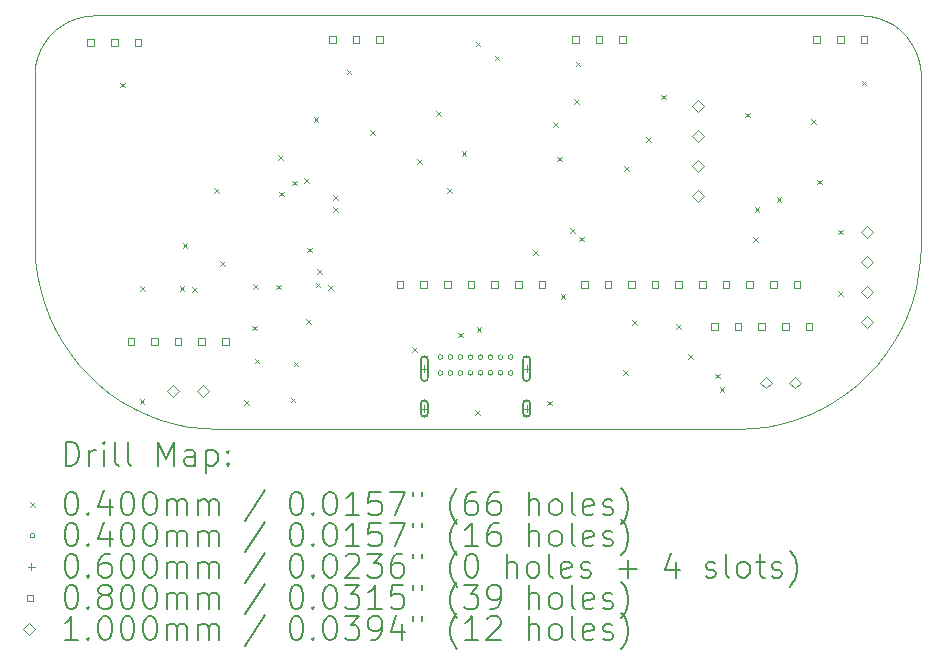
<source format=gbr>
%TF.GenerationSoftware,KiCad,Pcbnew,7.0.7*%
%TF.CreationDate,2025-04-06T11:57:39-05:00*%
%TF.ProjectId,LASK5_V2-0,4c41534b-355f-4563-922d-302e6b696361,rev?*%
%TF.SameCoordinates,Original*%
%TF.FileFunction,Drillmap*%
%TF.FilePolarity,Positive*%
%FSLAX45Y45*%
G04 Gerber Fmt 4.5, Leading zero omitted, Abs format (unit mm)*
G04 Created by KiCad (PCBNEW 7.0.7) date 2025-04-06 11:57:39*
%MOMM*%
%LPD*%
G01*
G04 APERTURE LIST*
%ADD10C,0.003779*%
%ADD11C,0.200000*%
%ADD12C,0.040000*%
%ADD13C,0.060000*%
%ADD14C,0.080000*%
%ADD15C,0.100000*%
G04 APERTURE END LIST*
D10*
X12526400Y-10036100D02*
X12412200Y-9994000D01*
X18316499Y-9816000D02*
X18215299Y-9883600D01*
X18663099Y-6657200D02*
X18725700Y-6691400D01*
X11814500Y-6632300D02*
X11884200Y-6617100D01*
X18109100Y-9943100D02*
X17998599Y-9994000D01*
X18837399Y-9155200D02*
X18786500Y-9265700D01*
X18727000Y-9371900D02*
X18659399Y-9473100D01*
X11475700Y-6971100D02*
X11500600Y-6904300D01*
X17998599Y-9994000D02*
X17884399Y-10036100D01*
X15205400Y-10112000D02*
X13005400Y-10112000D01*
X12883800Y-10107200D02*
X12762900Y-10092900D01*
X11455400Y-7112000D02*
X11460500Y-7040800D01*
X11573400Y-9155200D02*
X11531300Y-9041000D01*
X11500600Y-6904300D02*
X11534800Y-6841700D01*
X18912599Y-8923800D02*
X18879499Y-9041000D01*
X12195500Y-9883600D02*
X12094300Y-9816000D01*
X11683800Y-9371900D02*
X11624300Y-9265700D01*
X18659399Y-9473100D02*
X18583999Y-9568600D01*
X11826800Y-9568600D02*
X11751400Y-9473100D01*
X12412200Y-9994000D02*
X12301700Y-9943100D01*
X17884399Y-10036100D02*
X17767199Y-10069200D01*
X11747700Y-6657200D02*
X11814500Y-6632300D01*
X12762900Y-10092900D02*
X12643600Y-10069200D01*
X11460500Y-7040800D02*
X11475700Y-6971100D01*
X18482200Y-9675740D02*
X18411999Y-9740600D01*
X18501399Y-9658000D02*
X18482200Y-9675740D01*
X17767199Y-10069200D02*
X17647900Y-10092900D01*
X11884200Y-6617100D02*
X11928600Y-6613920D01*
X18786500Y-9265700D02*
X18727000Y-9371900D01*
X12643600Y-10069200D02*
X12526400Y-10036100D01*
X18583999Y-9568600D02*
X18501399Y-9658000D01*
X18955399Y-8362000D02*
X18955399Y-8562000D01*
X11624300Y-9265700D02*
X11573400Y-9155200D01*
X17647900Y-10092900D02*
X17527000Y-10107200D01*
X18482200Y-6613920D02*
X18526600Y-6617100D01*
X18833299Y-6784600D02*
X18875999Y-6841700D01*
X17405400Y-10112000D02*
X15205400Y-10112000D01*
X18935099Y-6971100D02*
X18950300Y-7040800D01*
X11751400Y-9473100D02*
X11683800Y-9371900D01*
X11460200Y-8683600D02*
X11455400Y-8562000D01*
X18411999Y-9740600D02*
X18316499Y-9816000D01*
X11498200Y-8923800D02*
X11474500Y-8804500D01*
X11928600Y-6613920D02*
X11955400Y-6612000D01*
X11998800Y-9740600D02*
X11928600Y-9675740D01*
X13005400Y-10112000D02*
X12883800Y-10107200D01*
X18596299Y-6632300D02*
X18663099Y-6657200D01*
X18455399Y-6612000D02*
X18482200Y-6613920D01*
X18950599Y-8683600D02*
X18936299Y-8804500D01*
X11577500Y-6784600D02*
X11628000Y-6734100D01*
X18910200Y-6904300D02*
X18935099Y-6971100D01*
X11534800Y-6841700D02*
X11577500Y-6784600D01*
X18215299Y-9883600D02*
X18109100Y-9943100D01*
X11955400Y-6612000D02*
X15205400Y-6612000D01*
X11455400Y-8362000D02*
X11455400Y-7112000D01*
X12094300Y-9816000D02*
X11998800Y-9740600D01*
X11474500Y-8804500D02*
X11460200Y-8683600D01*
X18879499Y-9041000D02*
X18837399Y-9155200D01*
X18725700Y-6691400D02*
X18782799Y-6734100D01*
X11628000Y-6734100D02*
X11685100Y-6691400D01*
X11531300Y-9041000D02*
X11498200Y-8923800D01*
X18782799Y-6734100D02*
X18833299Y-6784600D01*
X18526600Y-6617100D02*
X18596299Y-6632300D01*
X11455400Y-8562000D02*
X11455400Y-8362000D01*
X11909400Y-9658000D02*
X11826800Y-9568600D01*
X11928600Y-9675740D02*
X11909400Y-9658000D01*
X17527000Y-10107200D02*
X17405400Y-10112000D01*
X12301700Y-9943100D02*
X12195500Y-9883600D01*
X18950300Y-7040800D02*
X18955399Y-7112000D01*
X18955399Y-7112000D02*
X18955399Y-8362000D01*
X15205400Y-6612000D02*
X18455399Y-6612000D01*
X11685100Y-6691400D02*
X11747700Y-6657200D01*
X18955399Y-8562000D02*
X18950599Y-8683600D01*
X18875999Y-6841700D02*
X18910200Y-6904300D01*
X18936299Y-8804500D02*
X18912599Y-8923800D01*
D11*
D12*
X12178560Y-7181130D02*
X12218560Y-7221130D01*
X12218560Y-7181130D02*
X12178560Y-7221130D01*
X12341990Y-9863810D02*
X12381990Y-9903810D01*
X12381990Y-9863810D02*
X12341990Y-9903810D01*
X12348170Y-8906370D02*
X12388170Y-8946370D01*
X12388170Y-8906370D02*
X12348170Y-8946370D01*
X12680070Y-8902030D02*
X12720070Y-8942030D01*
X12720070Y-8902030D02*
X12680070Y-8942030D01*
X12705400Y-8539800D02*
X12745400Y-8579800D01*
X12745400Y-8539800D02*
X12705400Y-8579800D01*
X12787370Y-8911030D02*
X12827370Y-8951030D01*
X12827370Y-8911030D02*
X12787370Y-8951030D01*
X12971100Y-8076860D02*
X13011100Y-8116860D01*
X13011100Y-8076860D02*
X12971100Y-8116860D01*
X13022900Y-8692200D02*
X13062900Y-8732200D01*
X13062900Y-8692200D02*
X13022900Y-8732200D01*
X13225770Y-9870860D02*
X13265770Y-9910860D01*
X13265770Y-9870860D02*
X13225770Y-9910860D01*
X13294150Y-9238390D02*
X13334150Y-9278390D01*
X13334150Y-9238390D02*
X13294150Y-9278390D01*
X13305710Y-8884430D02*
X13345710Y-8924430D01*
X13345710Y-8884430D02*
X13305710Y-8924430D01*
X13315000Y-9517700D02*
X13355000Y-9557700D01*
X13355000Y-9517700D02*
X13315000Y-9557700D01*
X13500480Y-8891670D02*
X13540480Y-8931670D01*
X13540480Y-8891670D02*
X13500480Y-8931670D01*
X13516060Y-7796930D02*
X13556060Y-7836930D01*
X13556060Y-7796930D02*
X13516060Y-7836930D01*
X13522340Y-8103570D02*
X13562340Y-8143570D01*
X13562340Y-8103570D02*
X13522340Y-8143570D01*
X13619800Y-9847900D02*
X13659800Y-9887900D01*
X13659800Y-9847900D02*
X13619800Y-9887900D01*
X13634310Y-8009890D02*
X13674310Y-8049890D01*
X13674310Y-8009890D02*
X13634310Y-8049890D01*
X13645200Y-9543100D02*
X13685200Y-9583100D01*
X13685200Y-9543100D02*
X13645200Y-9583100D01*
X13737230Y-7988840D02*
X13777230Y-8028840D01*
X13777230Y-7988840D02*
X13737230Y-8028840D01*
X13749500Y-9184070D02*
X13789500Y-9224070D01*
X13789500Y-9184070D02*
X13749500Y-9224070D01*
X13759500Y-8577900D02*
X13799500Y-8617900D01*
X13799500Y-8577900D02*
X13759500Y-8617900D01*
X13816090Y-7473910D02*
X13856090Y-7513910D01*
X13856090Y-7473910D02*
X13816090Y-7513910D01*
X13831600Y-8875180D02*
X13871600Y-8915180D01*
X13871600Y-8875180D02*
X13831600Y-8915180D01*
X13845980Y-8758000D02*
X13885980Y-8798000D01*
X13885980Y-8758000D02*
X13845980Y-8798000D01*
X13937300Y-8895400D02*
X13977300Y-8935400D01*
X13977300Y-8895400D02*
X13937300Y-8935400D01*
X13979300Y-8133010D02*
X14019300Y-8173010D01*
X14019300Y-8133010D02*
X13979300Y-8173010D01*
X13979920Y-8237850D02*
X14019920Y-8277850D01*
X14019920Y-8237850D02*
X13979920Y-8277850D01*
X14095500Y-7070290D02*
X14135500Y-7110290D01*
X14135500Y-7070290D02*
X14095500Y-7110290D01*
X14291610Y-7580860D02*
X14331610Y-7620860D01*
X14331610Y-7580860D02*
X14291610Y-7620860D01*
X14649800Y-9422430D02*
X14689800Y-9462430D01*
X14689800Y-9422430D02*
X14649800Y-9462430D01*
X14692130Y-7827480D02*
X14732130Y-7867480D01*
X14732130Y-7827480D02*
X14692130Y-7867480D01*
X14852900Y-7420730D02*
X14892900Y-7460730D01*
X14892900Y-7420730D02*
X14852900Y-7460730D01*
X14944670Y-8073660D02*
X14984670Y-8113660D01*
X14984670Y-8073660D02*
X14944670Y-8113660D01*
X15040220Y-9297710D02*
X15080220Y-9337710D01*
X15080220Y-9297710D02*
X15040220Y-9337710D01*
X15067970Y-7758500D02*
X15107970Y-7798500D01*
X15107970Y-7758500D02*
X15067970Y-7798500D01*
X15185410Y-9952830D02*
X15225410Y-9992830D01*
X15225410Y-9952830D02*
X15185410Y-9992830D01*
X15186700Y-6833200D02*
X15226700Y-6873200D01*
X15226700Y-6833200D02*
X15186700Y-6873200D01*
X15196520Y-9251880D02*
X15236520Y-9291880D01*
X15236520Y-9251880D02*
X15196520Y-9291880D01*
X15347000Y-6952300D02*
X15387000Y-6992300D01*
X15387000Y-6952300D02*
X15347000Y-6992300D01*
X15676360Y-8599590D02*
X15716360Y-8639590D01*
X15716360Y-8599590D02*
X15676360Y-8639590D01*
X15791500Y-9873300D02*
X15831500Y-9913300D01*
X15831500Y-9873300D02*
X15791500Y-9913300D01*
X15843800Y-7517700D02*
X15883800Y-7557700D01*
X15883800Y-7517700D02*
X15843800Y-7557700D01*
X15875530Y-7807980D02*
X15915530Y-7847980D01*
X15915530Y-7807980D02*
X15875530Y-7847980D01*
X15905800Y-8971600D02*
X15945800Y-9011600D01*
X15945800Y-8971600D02*
X15905800Y-9011600D01*
X15987200Y-8411890D02*
X16027200Y-8451890D01*
X16027200Y-8411890D02*
X15987200Y-8451890D01*
X16022100Y-7322420D02*
X16062100Y-7362420D01*
X16062100Y-7322420D02*
X16022100Y-7362420D01*
X16032800Y-7003100D02*
X16072800Y-7043100D01*
X16072800Y-7003100D02*
X16032800Y-7043100D01*
X16062910Y-8485860D02*
X16102910Y-8525860D01*
X16102910Y-8485860D02*
X16062910Y-8525860D01*
X16437940Y-9615900D02*
X16477940Y-9655900D01*
X16477940Y-9615900D02*
X16437940Y-9655900D01*
X16441930Y-7885160D02*
X16481930Y-7925160D01*
X16481930Y-7885160D02*
X16441930Y-7925160D01*
X16511620Y-9193310D02*
X16551620Y-9233310D01*
X16551620Y-9193310D02*
X16511620Y-9233310D01*
X16629700Y-7643640D02*
X16669700Y-7683640D01*
X16669700Y-7643640D02*
X16629700Y-7683640D01*
X16756700Y-7282500D02*
X16796700Y-7322500D01*
X16796700Y-7282500D02*
X16756700Y-7322500D01*
X16883700Y-9225600D02*
X16923700Y-9265600D01*
X16923700Y-9225600D02*
X16883700Y-9265600D01*
X16985300Y-9479600D02*
X17025300Y-9519600D01*
X17025300Y-9479600D02*
X16985300Y-9519600D01*
X17213530Y-9644080D02*
X17253530Y-9684080D01*
X17253530Y-9644080D02*
X17213530Y-9684080D01*
X17252000Y-9759000D02*
X17292000Y-9799000D01*
X17292000Y-9759000D02*
X17252000Y-9799000D01*
X17468840Y-7434900D02*
X17508840Y-7474900D01*
X17508840Y-7434900D02*
X17468840Y-7474900D01*
X17534070Y-8488280D02*
X17574070Y-8528280D01*
X17574070Y-8488280D02*
X17534070Y-8528280D01*
X17548790Y-8235620D02*
X17588790Y-8275620D01*
X17588790Y-8235620D02*
X17548790Y-8275620D01*
X17736050Y-8149690D02*
X17776050Y-8189690D01*
X17776050Y-8149690D02*
X17736050Y-8189690D01*
X18025970Y-7488840D02*
X18065970Y-7528840D01*
X18065970Y-7488840D02*
X18025970Y-7528840D01*
X18077500Y-8001250D02*
X18117500Y-8041250D01*
X18117500Y-8001250D02*
X18077500Y-8041250D01*
X18255300Y-8425500D02*
X18295300Y-8465500D01*
X18295300Y-8425500D02*
X18255300Y-8465500D01*
X18255300Y-8946200D02*
X18295300Y-8986200D01*
X18295300Y-8946200D02*
X18255300Y-8986200D01*
X18456140Y-7163460D02*
X18496140Y-7203460D01*
X18496140Y-7163460D02*
X18456140Y-7203460D01*
X14908100Y-9504300D02*
G75*
G03*
X14908100Y-9504300I-20000J0D01*
G01*
X14908100Y-9639300D02*
G75*
G03*
X14908100Y-9639300I-20000J0D01*
G01*
X14993100Y-9504300D02*
G75*
G03*
X14993100Y-9504300I-20000J0D01*
G01*
X14993100Y-9639300D02*
G75*
G03*
X14993100Y-9639300I-20000J0D01*
G01*
X15078100Y-9504300D02*
G75*
G03*
X15078100Y-9504300I-20000J0D01*
G01*
X15078100Y-9639300D02*
G75*
G03*
X15078100Y-9639300I-20000J0D01*
G01*
X15163100Y-9504300D02*
G75*
G03*
X15163100Y-9504300I-20000J0D01*
G01*
X15163100Y-9639300D02*
G75*
G03*
X15163100Y-9639300I-20000J0D01*
G01*
X15248100Y-9504300D02*
G75*
G03*
X15248100Y-9504300I-20000J0D01*
G01*
X15248100Y-9639300D02*
G75*
G03*
X15248100Y-9639300I-20000J0D01*
G01*
X15333100Y-9504300D02*
G75*
G03*
X15333100Y-9504300I-20000J0D01*
G01*
X15333100Y-9639300D02*
G75*
G03*
X15333100Y-9639300I-20000J0D01*
G01*
X15418100Y-9504300D02*
G75*
G03*
X15418100Y-9504300I-20000J0D01*
G01*
X15418100Y-9639300D02*
G75*
G03*
X15418100Y-9639300I-20000J0D01*
G01*
X15503100Y-9504300D02*
G75*
G03*
X15503100Y-9504300I-20000J0D01*
G01*
X15503100Y-9639300D02*
G75*
G03*
X15503100Y-9639300I-20000J0D01*
G01*
D13*
X14753100Y-9572300D02*
X14753100Y-9632300D01*
X14723100Y-9602300D02*
X14783100Y-9602300D01*
D11*
X14723100Y-9527300D02*
X14723100Y-9677300D01*
X14723100Y-9677300D02*
G75*
G03*
X14783100Y-9677300I30000J0D01*
G01*
X14783100Y-9677300D02*
X14783100Y-9527300D01*
X14783100Y-9527300D02*
G75*
G03*
X14723100Y-9527300I-30000J0D01*
G01*
D13*
X14753100Y-9910300D02*
X14753100Y-9970300D01*
X14723100Y-9940300D02*
X14783100Y-9940300D01*
D11*
X14723100Y-9900300D02*
X14723100Y-9980300D01*
X14723100Y-9980300D02*
G75*
G03*
X14783100Y-9980300I30000J0D01*
G01*
X14783100Y-9980300D02*
X14783100Y-9900300D01*
X14783100Y-9900300D02*
G75*
G03*
X14723100Y-9900300I-30000J0D01*
G01*
D13*
X15618100Y-9572300D02*
X15618100Y-9632300D01*
X15588100Y-9602300D02*
X15648100Y-9602300D01*
D11*
X15588100Y-9527300D02*
X15588100Y-9677300D01*
X15588100Y-9677300D02*
G75*
G03*
X15648100Y-9677300I30000J0D01*
G01*
X15648100Y-9677300D02*
X15648100Y-9527300D01*
X15648100Y-9527300D02*
G75*
G03*
X15588100Y-9527300I-30000J0D01*
G01*
D13*
X15618100Y-9910300D02*
X15618100Y-9970300D01*
X15588100Y-9940300D02*
X15648100Y-9940300D01*
D11*
X15588100Y-9900300D02*
X15588100Y-9980300D01*
X15588100Y-9980300D02*
G75*
G03*
X15648100Y-9980300I30000J0D01*
G01*
X15648100Y-9980300D02*
X15648100Y-9900300D01*
X15648100Y-9900300D02*
G75*
G03*
X15588100Y-9900300I-30000J0D01*
G01*
D14*
X11956784Y-6868144D02*
X11956784Y-6811575D01*
X11900215Y-6811575D01*
X11900215Y-6868144D01*
X11956784Y-6868144D01*
X12156784Y-6868144D02*
X12156784Y-6811575D01*
X12100215Y-6811575D01*
X12100215Y-6868144D01*
X12156784Y-6868144D01*
X12296584Y-9400885D02*
X12296584Y-9344316D01*
X12240015Y-9344316D01*
X12240015Y-9400885D01*
X12296584Y-9400885D01*
X12356784Y-6868144D02*
X12356784Y-6811575D01*
X12300215Y-6811575D01*
X12300215Y-6868144D01*
X12356784Y-6868144D01*
X12496584Y-9400885D02*
X12496584Y-9344316D01*
X12440015Y-9344316D01*
X12440015Y-9400885D01*
X12496584Y-9400885D01*
X12696584Y-9400885D02*
X12696584Y-9344316D01*
X12640015Y-9344316D01*
X12640015Y-9400885D01*
X12696584Y-9400885D01*
X12896584Y-9400885D02*
X12896584Y-9344316D01*
X12840015Y-9344316D01*
X12840015Y-9400885D01*
X12896584Y-9400885D01*
X13096584Y-9400885D02*
X13096584Y-9344316D01*
X13040015Y-9344316D01*
X13040015Y-9400885D01*
X13096584Y-9400885D01*
X14001484Y-6845044D02*
X14001484Y-6788475D01*
X13944915Y-6788475D01*
X13944915Y-6845044D01*
X14001484Y-6845044D01*
X14201484Y-6845044D02*
X14201484Y-6788475D01*
X14144915Y-6788475D01*
X14144915Y-6845044D01*
X14201484Y-6845044D01*
X14401484Y-6845044D02*
X14401484Y-6788475D01*
X14344915Y-6788475D01*
X14344915Y-6845044D01*
X14401484Y-6845044D01*
X14576284Y-8918285D02*
X14576284Y-8861716D01*
X14519715Y-8861716D01*
X14519715Y-8918285D01*
X14576284Y-8918285D01*
X14776284Y-8918285D02*
X14776284Y-8861716D01*
X14719715Y-8861716D01*
X14719715Y-8918285D01*
X14776284Y-8918285D01*
X14976284Y-8918285D02*
X14976284Y-8861716D01*
X14919715Y-8861716D01*
X14919715Y-8918285D01*
X14976284Y-8918285D01*
X15176284Y-8918285D02*
X15176284Y-8861716D01*
X15119715Y-8861716D01*
X15119715Y-8918285D01*
X15176284Y-8918285D01*
X15376284Y-8918285D02*
X15376284Y-8861716D01*
X15319715Y-8861716D01*
X15319715Y-8918285D01*
X15376284Y-8918285D01*
X15576284Y-8918285D02*
X15576284Y-8861716D01*
X15519715Y-8861716D01*
X15519715Y-8918285D01*
X15576284Y-8918285D01*
X15776284Y-8918285D02*
X15776284Y-8861716D01*
X15719715Y-8861716D01*
X15719715Y-8918285D01*
X15776284Y-8918285D01*
X16058884Y-6845044D02*
X16058884Y-6788475D01*
X16002315Y-6788475D01*
X16002315Y-6845044D01*
X16058884Y-6845044D01*
X16135084Y-8918285D02*
X16135084Y-8861716D01*
X16078515Y-8861716D01*
X16078515Y-8918285D01*
X16135084Y-8918285D01*
X16258884Y-6845044D02*
X16258884Y-6788475D01*
X16202315Y-6788475D01*
X16202315Y-6845044D01*
X16258884Y-6845044D01*
X16335084Y-8918285D02*
X16335084Y-8861716D01*
X16278515Y-8861716D01*
X16278515Y-8918285D01*
X16335084Y-8918285D01*
X16458884Y-6845044D02*
X16458884Y-6788475D01*
X16402315Y-6788475D01*
X16402315Y-6845044D01*
X16458884Y-6845044D01*
X16535084Y-8918285D02*
X16535084Y-8861716D01*
X16478515Y-8861716D01*
X16478515Y-8918285D01*
X16535084Y-8918285D01*
X16735084Y-8918285D02*
X16735084Y-8861716D01*
X16678515Y-8861716D01*
X16678515Y-8918285D01*
X16735084Y-8918285D01*
X16935085Y-8918285D02*
X16935085Y-8861716D01*
X16878516Y-8861716D01*
X16878516Y-8918285D01*
X16935085Y-8918285D01*
X17135085Y-8918285D02*
X17135085Y-8861716D01*
X17078516Y-8861716D01*
X17078516Y-8918285D01*
X17135085Y-8918285D01*
X17236785Y-9273885D02*
X17236785Y-9217316D01*
X17180216Y-9217316D01*
X17180216Y-9273885D01*
X17236785Y-9273885D01*
X17335085Y-8918285D02*
X17335085Y-8861716D01*
X17278516Y-8861716D01*
X17278516Y-8918285D01*
X17335085Y-8918285D01*
X17436785Y-9273885D02*
X17436785Y-9217316D01*
X17380216Y-9217316D01*
X17380216Y-9273885D01*
X17436785Y-9273885D01*
X17535085Y-8918285D02*
X17535085Y-8861716D01*
X17478516Y-8861716D01*
X17478516Y-8918285D01*
X17535085Y-8918285D01*
X17636785Y-9273885D02*
X17636785Y-9217316D01*
X17580216Y-9217316D01*
X17580216Y-9273885D01*
X17636785Y-9273885D01*
X17735085Y-8918285D02*
X17735085Y-8861716D01*
X17678516Y-8861716D01*
X17678516Y-8918285D01*
X17735085Y-8918285D01*
X17836785Y-9273885D02*
X17836785Y-9217316D01*
X17780216Y-9217316D01*
X17780216Y-9273885D01*
X17836785Y-9273885D01*
X17935085Y-8918285D02*
X17935085Y-8861716D01*
X17878516Y-8861716D01*
X17878516Y-8918285D01*
X17935085Y-8918285D01*
X18036785Y-9273885D02*
X18036785Y-9217316D01*
X17980216Y-9217316D01*
X17980216Y-9273885D01*
X18036785Y-9273885D01*
X18103585Y-6845044D02*
X18103585Y-6788475D01*
X18047016Y-6788475D01*
X18047016Y-6845044D01*
X18103585Y-6845044D01*
X18303585Y-6845044D02*
X18303585Y-6788475D01*
X18247016Y-6788475D01*
X18247016Y-6845044D01*
X18303585Y-6845044D01*
X18503585Y-6845044D02*
X18503585Y-6788475D01*
X18447016Y-6788475D01*
X18447016Y-6845044D01*
X18503585Y-6845044D01*
D15*
X12627800Y-9841700D02*
X12677800Y-9791700D01*
X12627800Y-9741700D01*
X12577800Y-9791700D01*
X12627800Y-9841700D01*
X12877800Y-9841700D02*
X12927800Y-9791700D01*
X12877800Y-9741700D01*
X12827800Y-9791700D01*
X12877800Y-9841700D01*
X17068800Y-7428700D02*
X17118800Y-7378700D01*
X17068800Y-7328700D01*
X17018800Y-7378700D01*
X17068800Y-7428700D01*
X17068800Y-7682700D02*
X17118800Y-7632700D01*
X17068800Y-7582700D01*
X17018800Y-7632700D01*
X17068800Y-7682700D01*
X17068800Y-7936700D02*
X17118800Y-7886700D01*
X17068800Y-7836700D01*
X17018800Y-7886700D01*
X17068800Y-7936700D01*
X17068800Y-8190700D02*
X17118800Y-8140700D01*
X17068800Y-8090700D01*
X17018800Y-8140700D01*
X17068800Y-8190700D01*
X17642300Y-9770100D02*
X17692300Y-9720100D01*
X17642300Y-9670100D01*
X17592300Y-9720100D01*
X17642300Y-9770100D01*
X17892300Y-9770100D02*
X17942300Y-9720100D01*
X17892300Y-9670100D01*
X17842300Y-9720100D01*
X17892300Y-9770100D01*
X18503900Y-8495500D02*
X18553900Y-8445500D01*
X18503900Y-8395500D01*
X18453900Y-8445500D01*
X18503900Y-8495500D01*
X18503900Y-8749500D02*
X18553900Y-8699500D01*
X18503900Y-8649500D01*
X18453900Y-8699500D01*
X18503900Y-8749500D01*
X18503900Y-9003500D02*
X18553900Y-8953500D01*
X18503900Y-8903500D01*
X18453900Y-8953500D01*
X18503900Y-9003500D01*
X18503900Y-9257500D02*
X18553900Y-9207500D01*
X18503900Y-9157500D01*
X18453900Y-9207500D01*
X18503900Y-9257500D01*
D11*
X11715988Y-10423673D02*
X11715988Y-10223673D01*
X11715988Y-10223673D02*
X11763607Y-10223673D01*
X11763607Y-10223673D02*
X11792178Y-10233197D01*
X11792178Y-10233197D02*
X11811226Y-10252244D01*
X11811226Y-10252244D02*
X11820750Y-10271292D01*
X11820750Y-10271292D02*
X11830274Y-10309387D01*
X11830274Y-10309387D02*
X11830274Y-10337958D01*
X11830274Y-10337958D02*
X11820750Y-10376054D01*
X11820750Y-10376054D02*
X11811226Y-10395101D01*
X11811226Y-10395101D02*
X11792178Y-10414149D01*
X11792178Y-10414149D02*
X11763607Y-10423673D01*
X11763607Y-10423673D02*
X11715988Y-10423673D01*
X11915988Y-10423673D02*
X11915988Y-10290339D01*
X11915988Y-10328435D02*
X11925512Y-10309387D01*
X11925512Y-10309387D02*
X11935035Y-10299863D01*
X11935035Y-10299863D02*
X11954083Y-10290339D01*
X11954083Y-10290339D02*
X11973131Y-10290339D01*
X12039797Y-10423673D02*
X12039797Y-10290339D01*
X12039797Y-10223673D02*
X12030274Y-10233197D01*
X12030274Y-10233197D02*
X12039797Y-10242720D01*
X12039797Y-10242720D02*
X12049321Y-10233197D01*
X12049321Y-10233197D02*
X12039797Y-10223673D01*
X12039797Y-10223673D02*
X12039797Y-10242720D01*
X12163607Y-10423673D02*
X12144559Y-10414149D01*
X12144559Y-10414149D02*
X12135035Y-10395101D01*
X12135035Y-10395101D02*
X12135035Y-10223673D01*
X12268369Y-10423673D02*
X12249321Y-10414149D01*
X12249321Y-10414149D02*
X12239797Y-10395101D01*
X12239797Y-10395101D02*
X12239797Y-10223673D01*
X12496940Y-10423673D02*
X12496940Y-10223673D01*
X12496940Y-10223673D02*
X12563607Y-10366530D01*
X12563607Y-10366530D02*
X12630274Y-10223673D01*
X12630274Y-10223673D02*
X12630274Y-10423673D01*
X12811226Y-10423673D02*
X12811226Y-10318911D01*
X12811226Y-10318911D02*
X12801702Y-10299863D01*
X12801702Y-10299863D02*
X12782655Y-10290339D01*
X12782655Y-10290339D02*
X12744559Y-10290339D01*
X12744559Y-10290339D02*
X12725512Y-10299863D01*
X12811226Y-10414149D02*
X12792178Y-10423673D01*
X12792178Y-10423673D02*
X12744559Y-10423673D01*
X12744559Y-10423673D02*
X12725512Y-10414149D01*
X12725512Y-10414149D02*
X12715988Y-10395101D01*
X12715988Y-10395101D02*
X12715988Y-10376054D01*
X12715988Y-10376054D02*
X12725512Y-10357006D01*
X12725512Y-10357006D02*
X12744559Y-10347482D01*
X12744559Y-10347482D02*
X12792178Y-10347482D01*
X12792178Y-10347482D02*
X12811226Y-10337958D01*
X12906464Y-10290339D02*
X12906464Y-10490339D01*
X12906464Y-10299863D02*
X12925512Y-10290339D01*
X12925512Y-10290339D02*
X12963607Y-10290339D01*
X12963607Y-10290339D02*
X12982655Y-10299863D01*
X12982655Y-10299863D02*
X12992178Y-10309387D01*
X12992178Y-10309387D02*
X13001702Y-10328435D01*
X13001702Y-10328435D02*
X13001702Y-10385577D01*
X13001702Y-10385577D02*
X12992178Y-10404625D01*
X12992178Y-10404625D02*
X12982655Y-10414149D01*
X12982655Y-10414149D02*
X12963607Y-10423673D01*
X12963607Y-10423673D02*
X12925512Y-10423673D01*
X12925512Y-10423673D02*
X12906464Y-10414149D01*
X13087416Y-10404625D02*
X13096940Y-10414149D01*
X13096940Y-10414149D02*
X13087416Y-10423673D01*
X13087416Y-10423673D02*
X13077893Y-10414149D01*
X13077893Y-10414149D02*
X13087416Y-10404625D01*
X13087416Y-10404625D02*
X13087416Y-10423673D01*
X13087416Y-10299863D02*
X13096940Y-10309387D01*
X13096940Y-10309387D02*
X13087416Y-10318911D01*
X13087416Y-10318911D02*
X13077893Y-10309387D01*
X13077893Y-10309387D02*
X13087416Y-10299863D01*
X13087416Y-10299863D02*
X13087416Y-10318911D01*
D12*
X11415211Y-10732189D02*
X11455211Y-10772189D01*
X11455211Y-10732189D02*
X11415211Y-10772189D01*
D11*
X11754083Y-10643673D02*
X11773131Y-10643673D01*
X11773131Y-10643673D02*
X11792178Y-10653197D01*
X11792178Y-10653197D02*
X11801702Y-10662720D01*
X11801702Y-10662720D02*
X11811226Y-10681768D01*
X11811226Y-10681768D02*
X11820750Y-10719863D01*
X11820750Y-10719863D02*
X11820750Y-10767482D01*
X11820750Y-10767482D02*
X11811226Y-10805577D01*
X11811226Y-10805577D02*
X11801702Y-10824625D01*
X11801702Y-10824625D02*
X11792178Y-10834149D01*
X11792178Y-10834149D02*
X11773131Y-10843673D01*
X11773131Y-10843673D02*
X11754083Y-10843673D01*
X11754083Y-10843673D02*
X11735035Y-10834149D01*
X11735035Y-10834149D02*
X11725512Y-10824625D01*
X11725512Y-10824625D02*
X11715988Y-10805577D01*
X11715988Y-10805577D02*
X11706464Y-10767482D01*
X11706464Y-10767482D02*
X11706464Y-10719863D01*
X11706464Y-10719863D02*
X11715988Y-10681768D01*
X11715988Y-10681768D02*
X11725512Y-10662720D01*
X11725512Y-10662720D02*
X11735035Y-10653197D01*
X11735035Y-10653197D02*
X11754083Y-10643673D01*
X11906464Y-10824625D02*
X11915988Y-10834149D01*
X11915988Y-10834149D02*
X11906464Y-10843673D01*
X11906464Y-10843673D02*
X11896940Y-10834149D01*
X11896940Y-10834149D02*
X11906464Y-10824625D01*
X11906464Y-10824625D02*
X11906464Y-10843673D01*
X12087416Y-10710339D02*
X12087416Y-10843673D01*
X12039797Y-10634149D02*
X11992178Y-10777006D01*
X11992178Y-10777006D02*
X12115988Y-10777006D01*
X12230274Y-10643673D02*
X12249321Y-10643673D01*
X12249321Y-10643673D02*
X12268369Y-10653197D01*
X12268369Y-10653197D02*
X12277893Y-10662720D01*
X12277893Y-10662720D02*
X12287416Y-10681768D01*
X12287416Y-10681768D02*
X12296940Y-10719863D01*
X12296940Y-10719863D02*
X12296940Y-10767482D01*
X12296940Y-10767482D02*
X12287416Y-10805577D01*
X12287416Y-10805577D02*
X12277893Y-10824625D01*
X12277893Y-10824625D02*
X12268369Y-10834149D01*
X12268369Y-10834149D02*
X12249321Y-10843673D01*
X12249321Y-10843673D02*
X12230274Y-10843673D01*
X12230274Y-10843673D02*
X12211226Y-10834149D01*
X12211226Y-10834149D02*
X12201702Y-10824625D01*
X12201702Y-10824625D02*
X12192178Y-10805577D01*
X12192178Y-10805577D02*
X12182655Y-10767482D01*
X12182655Y-10767482D02*
X12182655Y-10719863D01*
X12182655Y-10719863D02*
X12192178Y-10681768D01*
X12192178Y-10681768D02*
X12201702Y-10662720D01*
X12201702Y-10662720D02*
X12211226Y-10653197D01*
X12211226Y-10653197D02*
X12230274Y-10643673D01*
X12420750Y-10643673D02*
X12439797Y-10643673D01*
X12439797Y-10643673D02*
X12458845Y-10653197D01*
X12458845Y-10653197D02*
X12468369Y-10662720D01*
X12468369Y-10662720D02*
X12477893Y-10681768D01*
X12477893Y-10681768D02*
X12487416Y-10719863D01*
X12487416Y-10719863D02*
X12487416Y-10767482D01*
X12487416Y-10767482D02*
X12477893Y-10805577D01*
X12477893Y-10805577D02*
X12468369Y-10824625D01*
X12468369Y-10824625D02*
X12458845Y-10834149D01*
X12458845Y-10834149D02*
X12439797Y-10843673D01*
X12439797Y-10843673D02*
X12420750Y-10843673D01*
X12420750Y-10843673D02*
X12401702Y-10834149D01*
X12401702Y-10834149D02*
X12392178Y-10824625D01*
X12392178Y-10824625D02*
X12382655Y-10805577D01*
X12382655Y-10805577D02*
X12373131Y-10767482D01*
X12373131Y-10767482D02*
X12373131Y-10719863D01*
X12373131Y-10719863D02*
X12382655Y-10681768D01*
X12382655Y-10681768D02*
X12392178Y-10662720D01*
X12392178Y-10662720D02*
X12401702Y-10653197D01*
X12401702Y-10653197D02*
X12420750Y-10643673D01*
X12573131Y-10843673D02*
X12573131Y-10710339D01*
X12573131Y-10729387D02*
X12582655Y-10719863D01*
X12582655Y-10719863D02*
X12601702Y-10710339D01*
X12601702Y-10710339D02*
X12630274Y-10710339D01*
X12630274Y-10710339D02*
X12649321Y-10719863D01*
X12649321Y-10719863D02*
X12658845Y-10738911D01*
X12658845Y-10738911D02*
X12658845Y-10843673D01*
X12658845Y-10738911D02*
X12668369Y-10719863D01*
X12668369Y-10719863D02*
X12687416Y-10710339D01*
X12687416Y-10710339D02*
X12715988Y-10710339D01*
X12715988Y-10710339D02*
X12735036Y-10719863D01*
X12735036Y-10719863D02*
X12744559Y-10738911D01*
X12744559Y-10738911D02*
X12744559Y-10843673D01*
X12839797Y-10843673D02*
X12839797Y-10710339D01*
X12839797Y-10729387D02*
X12849321Y-10719863D01*
X12849321Y-10719863D02*
X12868369Y-10710339D01*
X12868369Y-10710339D02*
X12896940Y-10710339D01*
X12896940Y-10710339D02*
X12915988Y-10719863D01*
X12915988Y-10719863D02*
X12925512Y-10738911D01*
X12925512Y-10738911D02*
X12925512Y-10843673D01*
X12925512Y-10738911D02*
X12935036Y-10719863D01*
X12935036Y-10719863D02*
X12954083Y-10710339D01*
X12954083Y-10710339D02*
X12982655Y-10710339D01*
X12982655Y-10710339D02*
X13001702Y-10719863D01*
X13001702Y-10719863D02*
X13011226Y-10738911D01*
X13011226Y-10738911D02*
X13011226Y-10843673D01*
X13401702Y-10634149D02*
X13230274Y-10891292D01*
X13658845Y-10643673D02*
X13677893Y-10643673D01*
X13677893Y-10643673D02*
X13696940Y-10653197D01*
X13696940Y-10653197D02*
X13706464Y-10662720D01*
X13706464Y-10662720D02*
X13715988Y-10681768D01*
X13715988Y-10681768D02*
X13725512Y-10719863D01*
X13725512Y-10719863D02*
X13725512Y-10767482D01*
X13725512Y-10767482D02*
X13715988Y-10805577D01*
X13715988Y-10805577D02*
X13706464Y-10824625D01*
X13706464Y-10824625D02*
X13696940Y-10834149D01*
X13696940Y-10834149D02*
X13677893Y-10843673D01*
X13677893Y-10843673D02*
X13658845Y-10843673D01*
X13658845Y-10843673D02*
X13639798Y-10834149D01*
X13639798Y-10834149D02*
X13630274Y-10824625D01*
X13630274Y-10824625D02*
X13620750Y-10805577D01*
X13620750Y-10805577D02*
X13611226Y-10767482D01*
X13611226Y-10767482D02*
X13611226Y-10719863D01*
X13611226Y-10719863D02*
X13620750Y-10681768D01*
X13620750Y-10681768D02*
X13630274Y-10662720D01*
X13630274Y-10662720D02*
X13639798Y-10653197D01*
X13639798Y-10653197D02*
X13658845Y-10643673D01*
X13811226Y-10824625D02*
X13820750Y-10834149D01*
X13820750Y-10834149D02*
X13811226Y-10843673D01*
X13811226Y-10843673D02*
X13801702Y-10834149D01*
X13801702Y-10834149D02*
X13811226Y-10824625D01*
X13811226Y-10824625D02*
X13811226Y-10843673D01*
X13944559Y-10643673D02*
X13963607Y-10643673D01*
X13963607Y-10643673D02*
X13982655Y-10653197D01*
X13982655Y-10653197D02*
X13992179Y-10662720D01*
X13992179Y-10662720D02*
X14001702Y-10681768D01*
X14001702Y-10681768D02*
X14011226Y-10719863D01*
X14011226Y-10719863D02*
X14011226Y-10767482D01*
X14011226Y-10767482D02*
X14001702Y-10805577D01*
X14001702Y-10805577D02*
X13992179Y-10824625D01*
X13992179Y-10824625D02*
X13982655Y-10834149D01*
X13982655Y-10834149D02*
X13963607Y-10843673D01*
X13963607Y-10843673D02*
X13944559Y-10843673D01*
X13944559Y-10843673D02*
X13925512Y-10834149D01*
X13925512Y-10834149D02*
X13915988Y-10824625D01*
X13915988Y-10824625D02*
X13906464Y-10805577D01*
X13906464Y-10805577D02*
X13896940Y-10767482D01*
X13896940Y-10767482D02*
X13896940Y-10719863D01*
X13896940Y-10719863D02*
X13906464Y-10681768D01*
X13906464Y-10681768D02*
X13915988Y-10662720D01*
X13915988Y-10662720D02*
X13925512Y-10653197D01*
X13925512Y-10653197D02*
X13944559Y-10643673D01*
X14201702Y-10843673D02*
X14087417Y-10843673D01*
X14144559Y-10843673D02*
X14144559Y-10643673D01*
X14144559Y-10643673D02*
X14125512Y-10672244D01*
X14125512Y-10672244D02*
X14106464Y-10691292D01*
X14106464Y-10691292D02*
X14087417Y-10700816D01*
X14382655Y-10643673D02*
X14287417Y-10643673D01*
X14287417Y-10643673D02*
X14277893Y-10738911D01*
X14277893Y-10738911D02*
X14287417Y-10729387D01*
X14287417Y-10729387D02*
X14306464Y-10719863D01*
X14306464Y-10719863D02*
X14354083Y-10719863D01*
X14354083Y-10719863D02*
X14373131Y-10729387D01*
X14373131Y-10729387D02*
X14382655Y-10738911D01*
X14382655Y-10738911D02*
X14392179Y-10757958D01*
X14392179Y-10757958D02*
X14392179Y-10805577D01*
X14392179Y-10805577D02*
X14382655Y-10824625D01*
X14382655Y-10824625D02*
X14373131Y-10834149D01*
X14373131Y-10834149D02*
X14354083Y-10843673D01*
X14354083Y-10843673D02*
X14306464Y-10843673D01*
X14306464Y-10843673D02*
X14287417Y-10834149D01*
X14287417Y-10834149D02*
X14277893Y-10824625D01*
X14458845Y-10643673D02*
X14592179Y-10643673D01*
X14592179Y-10643673D02*
X14506464Y-10843673D01*
X14658845Y-10643673D02*
X14658845Y-10681768D01*
X14735036Y-10643673D02*
X14735036Y-10681768D01*
X15030274Y-10919863D02*
X15020750Y-10910339D01*
X15020750Y-10910339D02*
X15001702Y-10881768D01*
X15001702Y-10881768D02*
X14992179Y-10862720D01*
X14992179Y-10862720D02*
X14982655Y-10834149D01*
X14982655Y-10834149D02*
X14973131Y-10786530D01*
X14973131Y-10786530D02*
X14973131Y-10748435D01*
X14973131Y-10748435D02*
X14982655Y-10700816D01*
X14982655Y-10700816D02*
X14992179Y-10672244D01*
X14992179Y-10672244D02*
X15001702Y-10653197D01*
X15001702Y-10653197D02*
X15020750Y-10624625D01*
X15020750Y-10624625D02*
X15030274Y-10615101D01*
X15192179Y-10643673D02*
X15154083Y-10643673D01*
X15154083Y-10643673D02*
X15135036Y-10653197D01*
X15135036Y-10653197D02*
X15125512Y-10662720D01*
X15125512Y-10662720D02*
X15106464Y-10691292D01*
X15106464Y-10691292D02*
X15096941Y-10729387D01*
X15096941Y-10729387D02*
X15096941Y-10805577D01*
X15096941Y-10805577D02*
X15106464Y-10824625D01*
X15106464Y-10824625D02*
X15115988Y-10834149D01*
X15115988Y-10834149D02*
X15135036Y-10843673D01*
X15135036Y-10843673D02*
X15173131Y-10843673D01*
X15173131Y-10843673D02*
X15192179Y-10834149D01*
X15192179Y-10834149D02*
X15201702Y-10824625D01*
X15201702Y-10824625D02*
X15211226Y-10805577D01*
X15211226Y-10805577D02*
X15211226Y-10757958D01*
X15211226Y-10757958D02*
X15201702Y-10738911D01*
X15201702Y-10738911D02*
X15192179Y-10729387D01*
X15192179Y-10729387D02*
X15173131Y-10719863D01*
X15173131Y-10719863D02*
X15135036Y-10719863D01*
X15135036Y-10719863D02*
X15115988Y-10729387D01*
X15115988Y-10729387D02*
X15106464Y-10738911D01*
X15106464Y-10738911D02*
X15096941Y-10757958D01*
X15382655Y-10643673D02*
X15344560Y-10643673D01*
X15344560Y-10643673D02*
X15325512Y-10653197D01*
X15325512Y-10653197D02*
X15315988Y-10662720D01*
X15315988Y-10662720D02*
X15296941Y-10691292D01*
X15296941Y-10691292D02*
X15287417Y-10729387D01*
X15287417Y-10729387D02*
X15287417Y-10805577D01*
X15287417Y-10805577D02*
X15296941Y-10824625D01*
X15296941Y-10824625D02*
X15306464Y-10834149D01*
X15306464Y-10834149D02*
X15325512Y-10843673D01*
X15325512Y-10843673D02*
X15363607Y-10843673D01*
X15363607Y-10843673D02*
X15382655Y-10834149D01*
X15382655Y-10834149D02*
X15392179Y-10824625D01*
X15392179Y-10824625D02*
X15401702Y-10805577D01*
X15401702Y-10805577D02*
X15401702Y-10757958D01*
X15401702Y-10757958D02*
X15392179Y-10738911D01*
X15392179Y-10738911D02*
X15382655Y-10729387D01*
X15382655Y-10729387D02*
X15363607Y-10719863D01*
X15363607Y-10719863D02*
X15325512Y-10719863D01*
X15325512Y-10719863D02*
X15306464Y-10729387D01*
X15306464Y-10729387D02*
X15296941Y-10738911D01*
X15296941Y-10738911D02*
X15287417Y-10757958D01*
X15639798Y-10843673D02*
X15639798Y-10643673D01*
X15725512Y-10843673D02*
X15725512Y-10738911D01*
X15725512Y-10738911D02*
X15715988Y-10719863D01*
X15715988Y-10719863D02*
X15696941Y-10710339D01*
X15696941Y-10710339D02*
X15668369Y-10710339D01*
X15668369Y-10710339D02*
X15649322Y-10719863D01*
X15649322Y-10719863D02*
X15639798Y-10729387D01*
X15849322Y-10843673D02*
X15830274Y-10834149D01*
X15830274Y-10834149D02*
X15820750Y-10824625D01*
X15820750Y-10824625D02*
X15811226Y-10805577D01*
X15811226Y-10805577D02*
X15811226Y-10748435D01*
X15811226Y-10748435D02*
X15820750Y-10729387D01*
X15820750Y-10729387D02*
X15830274Y-10719863D01*
X15830274Y-10719863D02*
X15849322Y-10710339D01*
X15849322Y-10710339D02*
X15877893Y-10710339D01*
X15877893Y-10710339D02*
X15896941Y-10719863D01*
X15896941Y-10719863D02*
X15906464Y-10729387D01*
X15906464Y-10729387D02*
X15915988Y-10748435D01*
X15915988Y-10748435D02*
X15915988Y-10805577D01*
X15915988Y-10805577D02*
X15906464Y-10824625D01*
X15906464Y-10824625D02*
X15896941Y-10834149D01*
X15896941Y-10834149D02*
X15877893Y-10843673D01*
X15877893Y-10843673D02*
X15849322Y-10843673D01*
X16030274Y-10843673D02*
X16011226Y-10834149D01*
X16011226Y-10834149D02*
X16001703Y-10815101D01*
X16001703Y-10815101D02*
X16001703Y-10643673D01*
X16182655Y-10834149D02*
X16163607Y-10843673D01*
X16163607Y-10843673D02*
X16125512Y-10843673D01*
X16125512Y-10843673D02*
X16106464Y-10834149D01*
X16106464Y-10834149D02*
X16096941Y-10815101D01*
X16096941Y-10815101D02*
X16096941Y-10738911D01*
X16096941Y-10738911D02*
X16106464Y-10719863D01*
X16106464Y-10719863D02*
X16125512Y-10710339D01*
X16125512Y-10710339D02*
X16163607Y-10710339D01*
X16163607Y-10710339D02*
X16182655Y-10719863D01*
X16182655Y-10719863D02*
X16192179Y-10738911D01*
X16192179Y-10738911D02*
X16192179Y-10757958D01*
X16192179Y-10757958D02*
X16096941Y-10777006D01*
X16268369Y-10834149D02*
X16287417Y-10843673D01*
X16287417Y-10843673D02*
X16325512Y-10843673D01*
X16325512Y-10843673D02*
X16344560Y-10834149D01*
X16344560Y-10834149D02*
X16354084Y-10815101D01*
X16354084Y-10815101D02*
X16354084Y-10805577D01*
X16354084Y-10805577D02*
X16344560Y-10786530D01*
X16344560Y-10786530D02*
X16325512Y-10777006D01*
X16325512Y-10777006D02*
X16296941Y-10777006D01*
X16296941Y-10777006D02*
X16277893Y-10767482D01*
X16277893Y-10767482D02*
X16268369Y-10748435D01*
X16268369Y-10748435D02*
X16268369Y-10738911D01*
X16268369Y-10738911D02*
X16277893Y-10719863D01*
X16277893Y-10719863D02*
X16296941Y-10710339D01*
X16296941Y-10710339D02*
X16325512Y-10710339D01*
X16325512Y-10710339D02*
X16344560Y-10719863D01*
X16420750Y-10919863D02*
X16430274Y-10910339D01*
X16430274Y-10910339D02*
X16449322Y-10881768D01*
X16449322Y-10881768D02*
X16458845Y-10862720D01*
X16458845Y-10862720D02*
X16468369Y-10834149D01*
X16468369Y-10834149D02*
X16477893Y-10786530D01*
X16477893Y-10786530D02*
X16477893Y-10748435D01*
X16477893Y-10748435D02*
X16468369Y-10700816D01*
X16468369Y-10700816D02*
X16458845Y-10672244D01*
X16458845Y-10672244D02*
X16449322Y-10653197D01*
X16449322Y-10653197D02*
X16430274Y-10624625D01*
X16430274Y-10624625D02*
X16420750Y-10615101D01*
D12*
X11455211Y-11016189D02*
G75*
G03*
X11455211Y-11016189I-20000J0D01*
G01*
D11*
X11754083Y-10907673D02*
X11773131Y-10907673D01*
X11773131Y-10907673D02*
X11792178Y-10917197D01*
X11792178Y-10917197D02*
X11801702Y-10926720D01*
X11801702Y-10926720D02*
X11811226Y-10945768D01*
X11811226Y-10945768D02*
X11820750Y-10983863D01*
X11820750Y-10983863D02*
X11820750Y-11031482D01*
X11820750Y-11031482D02*
X11811226Y-11069577D01*
X11811226Y-11069577D02*
X11801702Y-11088625D01*
X11801702Y-11088625D02*
X11792178Y-11098149D01*
X11792178Y-11098149D02*
X11773131Y-11107673D01*
X11773131Y-11107673D02*
X11754083Y-11107673D01*
X11754083Y-11107673D02*
X11735035Y-11098149D01*
X11735035Y-11098149D02*
X11725512Y-11088625D01*
X11725512Y-11088625D02*
X11715988Y-11069577D01*
X11715988Y-11069577D02*
X11706464Y-11031482D01*
X11706464Y-11031482D02*
X11706464Y-10983863D01*
X11706464Y-10983863D02*
X11715988Y-10945768D01*
X11715988Y-10945768D02*
X11725512Y-10926720D01*
X11725512Y-10926720D02*
X11735035Y-10917197D01*
X11735035Y-10917197D02*
X11754083Y-10907673D01*
X11906464Y-11088625D02*
X11915988Y-11098149D01*
X11915988Y-11098149D02*
X11906464Y-11107673D01*
X11906464Y-11107673D02*
X11896940Y-11098149D01*
X11896940Y-11098149D02*
X11906464Y-11088625D01*
X11906464Y-11088625D02*
X11906464Y-11107673D01*
X12087416Y-10974339D02*
X12087416Y-11107673D01*
X12039797Y-10898149D02*
X11992178Y-11041006D01*
X11992178Y-11041006D02*
X12115988Y-11041006D01*
X12230274Y-10907673D02*
X12249321Y-10907673D01*
X12249321Y-10907673D02*
X12268369Y-10917197D01*
X12268369Y-10917197D02*
X12277893Y-10926720D01*
X12277893Y-10926720D02*
X12287416Y-10945768D01*
X12287416Y-10945768D02*
X12296940Y-10983863D01*
X12296940Y-10983863D02*
X12296940Y-11031482D01*
X12296940Y-11031482D02*
X12287416Y-11069577D01*
X12287416Y-11069577D02*
X12277893Y-11088625D01*
X12277893Y-11088625D02*
X12268369Y-11098149D01*
X12268369Y-11098149D02*
X12249321Y-11107673D01*
X12249321Y-11107673D02*
X12230274Y-11107673D01*
X12230274Y-11107673D02*
X12211226Y-11098149D01*
X12211226Y-11098149D02*
X12201702Y-11088625D01*
X12201702Y-11088625D02*
X12192178Y-11069577D01*
X12192178Y-11069577D02*
X12182655Y-11031482D01*
X12182655Y-11031482D02*
X12182655Y-10983863D01*
X12182655Y-10983863D02*
X12192178Y-10945768D01*
X12192178Y-10945768D02*
X12201702Y-10926720D01*
X12201702Y-10926720D02*
X12211226Y-10917197D01*
X12211226Y-10917197D02*
X12230274Y-10907673D01*
X12420750Y-10907673D02*
X12439797Y-10907673D01*
X12439797Y-10907673D02*
X12458845Y-10917197D01*
X12458845Y-10917197D02*
X12468369Y-10926720D01*
X12468369Y-10926720D02*
X12477893Y-10945768D01*
X12477893Y-10945768D02*
X12487416Y-10983863D01*
X12487416Y-10983863D02*
X12487416Y-11031482D01*
X12487416Y-11031482D02*
X12477893Y-11069577D01*
X12477893Y-11069577D02*
X12468369Y-11088625D01*
X12468369Y-11088625D02*
X12458845Y-11098149D01*
X12458845Y-11098149D02*
X12439797Y-11107673D01*
X12439797Y-11107673D02*
X12420750Y-11107673D01*
X12420750Y-11107673D02*
X12401702Y-11098149D01*
X12401702Y-11098149D02*
X12392178Y-11088625D01*
X12392178Y-11088625D02*
X12382655Y-11069577D01*
X12382655Y-11069577D02*
X12373131Y-11031482D01*
X12373131Y-11031482D02*
X12373131Y-10983863D01*
X12373131Y-10983863D02*
X12382655Y-10945768D01*
X12382655Y-10945768D02*
X12392178Y-10926720D01*
X12392178Y-10926720D02*
X12401702Y-10917197D01*
X12401702Y-10917197D02*
X12420750Y-10907673D01*
X12573131Y-11107673D02*
X12573131Y-10974339D01*
X12573131Y-10993387D02*
X12582655Y-10983863D01*
X12582655Y-10983863D02*
X12601702Y-10974339D01*
X12601702Y-10974339D02*
X12630274Y-10974339D01*
X12630274Y-10974339D02*
X12649321Y-10983863D01*
X12649321Y-10983863D02*
X12658845Y-11002911D01*
X12658845Y-11002911D02*
X12658845Y-11107673D01*
X12658845Y-11002911D02*
X12668369Y-10983863D01*
X12668369Y-10983863D02*
X12687416Y-10974339D01*
X12687416Y-10974339D02*
X12715988Y-10974339D01*
X12715988Y-10974339D02*
X12735036Y-10983863D01*
X12735036Y-10983863D02*
X12744559Y-11002911D01*
X12744559Y-11002911D02*
X12744559Y-11107673D01*
X12839797Y-11107673D02*
X12839797Y-10974339D01*
X12839797Y-10993387D02*
X12849321Y-10983863D01*
X12849321Y-10983863D02*
X12868369Y-10974339D01*
X12868369Y-10974339D02*
X12896940Y-10974339D01*
X12896940Y-10974339D02*
X12915988Y-10983863D01*
X12915988Y-10983863D02*
X12925512Y-11002911D01*
X12925512Y-11002911D02*
X12925512Y-11107673D01*
X12925512Y-11002911D02*
X12935036Y-10983863D01*
X12935036Y-10983863D02*
X12954083Y-10974339D01*
X12954083Y-10974339D02*
X12982655Y-10974339D01*
X12982655Y-10974339D02*
X13001702Y-10983863D01*
X13001702Y-10983863D02*
X13011226Y-11002911D01*
X13011226Y-11002911D02*
X13011226Y-11107673D01*
X13401702Y-10898149D02*
X13230274Y-11155292D01*
X13658845Y-10907673D02*
X13677893Y-10907673D01*
X13677893Y-10907673D02*
X13696940Y-10917197D01*
X13696940Y-10917197D02*
X13706464Y-10926720D01*
X13706464Y-10926720D02*
X13715988Y-10945768D01*
X13715988Y-10945768D02*
X13725512Y-10983863D01*
X13725512Y-10983863D02*
X13725512Y-11031482D01*
X13725512Y-11031482D02*
X13715988Y-11069577D01*
X13715988Y-11069577D02*
X13706464Y-11088625D01*
X13706464Y-11088625D02*
X13696940Y-11098149D01*
X13696940Y-11098149D02*
X13677893Y-11107673D01*
X13677893Y-11107673D02*
X13658845Y-11107673D01*
X13658845Y-11107673D02*
X13639798Y-11098149D01*
X13639798Y-11098149D02*
X13630274Y-11088625D01*
X13630274Y-11088625D02*
X13620750Y-11069577D01*
X13620750Y-11069577D02*
X13611226Y-11031482D01*
X13611226Y-11031482D02*
X13611226Y-10983863D01*
X13611226Y-10983863D02*
X13620750Y-10945768D01*
X13620750Y-10945768D02*
X13630274Y-10926720D01*
X13630274Y-10926720D02*
X13639798Y-10917197D01*
X13639798Y-10917197D02*
X13658845Y-10907673D01*
X13811226Y-11088625D02*
X13820750Y-11098149D01*
X13820750Y-11098149D02*
X13811226Y-11107673D01*
X13811226Y-11107673D02*
X13801702Y-11098149D01*
X13801702Y-11098149D02*
X13811226Y-11088625D01*
X13811226Y-11088625D02*
X13811226Y-11107673D01*
X13944559Y-10907673D02*
X13963607Y-10907673D01*
X13963607Y-10907673D02*
X13982655Y-10917197D01*
X13982655Y-10917197D02*
X13992179Y-10926720D01*
X13992179Y-10926720D02*
X14001702Y-10945768D01*
X14001702Y-10945768D02*
X14011226Y-10983863D01*
X14011226Y-10983863D02*
X14011226Y-11031482D01*
X14011226Y-11031482D02*
X14001702Y-11069577D01*
X14001702Y-11069577D02*
X13992179Y-11088625D01*
X13992179Y-11088625D02*
X13982655Y-11098149D01*
X13982655Y-11098149D02*
X13963607Y-11107673D01*
X13963607Y-11107673D02*
X13944559Y-11107673D01*
X13944559Y-11107673D02*
X13925512Y-11098149D01*
X13925512Y-11098149D02*
X13915988Y-11088625D01*
X13915988Y-11088625D02*
X13906464Y-11069577D01*
X13906464Y-11069577D02*
X13896940Y-11031482D01*
X13896940Y-11031482D02*
X13896940Y-10983863D01*
X13896940Y-10983863D02*
X13906464Y-10945768D01*
X13906464Y-10945768D02*
X13915988Y-10926720D01*
X13915988Y-10926720D02*
X13925512Y-10917197D01*
X13925512Y-10917197D02*
X13944559Y-10907673D01*
X14201702Y-11107673D02*
X14087417Y-11107673D01*
X14144559Y-11107673D02*
X14144559Y-10907673D01*
X14144559Y-10907673D02*
X14125512Y-10936244D01*
X14125512Y-10936244D02*
X14106464Y-10955292D01*
X14106464Y-10955292D02*
X14087417Y-10964816D01*
X14382655Y-10907673D02*
X14287417Y-10907673D01*
X14287417Y-10907673D02*
X14277893Y-11002911D01*
X14277893Y-11002911D02*
X14287417Y-10993387D01*
X14287417Y-10993387D02*
X14306464Y-10983863D01*
X14306464Y-10983863D02*
X14354083Y-10983863D01*
X14354083Y-10983863D02*
X14373131Y-10993387D01*
X14373131Y-10993387D02*
X14382655Y-11002911D01*
X14382655Y-11002911D02*
X14392179Y-11021958D01*
X14392179Y-11021958D02*
X14392179Y-11069577D01*
X14392179Y-11069577D02*
X14382655Y-11088625D01*
X14382655Y-11088625D02*
X14373131Y-11098149D01*
X14373131Y-11098149D02*
X14354083Y-11107673D01*
X14354083Y-11107673D02*
X14306464Y-11107673D01*
X14306464Y-11107673D02*
X14287417Y-11098149D01*
X14287417Y-11098149D02*
X14277893Y-11088625D01*
X14458845Y-10907673D02*
X14592179Y-10907673D01*
X14592179Y-10907673D02*
X14506464Y-11107673D01*
X14658845Y-10907673D02*
X14658845Y-10945768D01*
X14735036Y-10907673D02*
X14735036Y-10945768D01*
X15030274Y-11183863D02*
X15020750Y-11174339D01*
X15020750Y-11174339D02*
X15001702Y-11145768D01*
X15001702Y-11145768D02*
X14992179Y-11126720D01*
X14992179Y-11126720D02*
X14982655Y-11098149D01*
X14982655Y-11098149D02*
X14973131Y-11050530D01*
X14973131Y-11050530D02*
X14973131Y-11012435D01*
X14973131Y-11012435D02*
X14982655Y-10964816D01*
X14982655Y-10964816D02*
X14992179Y-10936244D01*
X14992179Y-10936244D02*
X15001702Y-10917197D01*
X15001702Y-10917197D02*
X15020750Y-10888625D01*
X15020750Y-10888625D02*
X15030274Y-10879101D01*
X15211226Y-11107673D02*
X15096941Y-11107673D01*
X15154083Y-11107673D02*
X15154083Y-10907673D01*
X15154083Y-10907673D02*
X15135036Y-10936244D01*
X15135036Y-10936244D02*
X15115988Y-10955292D01*
X15115988Y-10955292D02*
X15096941Y-10964816D01*
X15382655Y-10907673D02*
X15344560Y-10907673D01*
X15344560Y-10907673D02*
X15325512Y-10917197D01*
X15325512Y-10917197D02*
X15315988Y-10926720D01*
X15315988Y-10926720D02*
X15296941Y-10955292D01*
X15296941Y-10955292D02*
X15287417Y-10993387D01*
X15287417Y-10993387D02*
X15287417Y-11069577D01*
X15287417Y-11069577D02*
X15296941Y-11088625D01*
X15296941Y-11088625D02*
X15306464Y-11098149D01*
X15306464Y-11098149D02*
X15325512Y-11107673D01*
X15325512Y-11107673D02*
X15363607Y-11107673D01*
X15363607Y-11107673D02*
X15382655Y-11098149D01*
X15382655Y-11098149D02*
X15392179Y-11088625D01*
X15392179Y-11088625D02*
X15401702Y-11069577D01*
X15401702Y-11069577D02*
X15401702Y-11021958D01*
X15401702Y-11021958D02*
X15392179Y-11002911D01*
X15392179Y-11002911D02*
X15382655Y-10993387D01*
X15382655Y-10993387D02*
X15363607Y-10983863D01*
X15363607Y-10983863D02*
X15325512Y-10983863D01*
X15325512Y-10983863D02*
X15306464Y-10993387D01*
X15306464Y-10993387D02*
X15296941Y-11002911D01*
X15296941Y-11002911D02*
X15287417Y-11021958D01*
X15639798Y-11107673D02*
X15639798Y-10907673D01*
X15725512Y-11107673D02*
X15725512Y-11002911D01*
X15725512Y-11002911D02*
X15715988Y-10983863D01*
X15715988Y-10983863D02*
X15696941Y-10974339D01*
X15696941Y-10974339D02*
X15668369Y-10974339D01*
X15668369Y-10974339D02*
X15649322Y-10983863D01*
X15649322Y-10983863D02*
X15639798Y-10993387D01*
X15849322Y-11107673D02*
X15830274Y-11098149D01*
X15830274Y-11098149D02*
X15820750Y-11088625D01*
X15820750Y-11088625D02*
X15811226Y-11069577D01*
X15811226Y-11069577D02*
X15811226Y-11012435D01*
X15811226Y-11012435D02*
X15820750Y-10993387D01*
X15820750Y-10993387D02*
X15830274Y-10983863D01*
X15830274Y-10983863D02*
X15849322Y-10974339D01*
X15849322Y-10974339D02*
X15877893Y-10974339D01*
X15877893Y-10974339D02*
X15896941Y-10983863D01*
X15896941Y-10983863D02*
X15906464Y-10993387D01*
X15906464Y-10993387D02*
X15915988Y-11012435D01*
X15915988Y-11012435D02*
X15915988Y-11069577D01*
X15915988Y-11069577D02*
X15906464Y-11088625D01*
X15906464Y-11088625D02*
X15896941Y-11098149D01*
X15896941Y-11098149D02*
X15877893Y-11107673D01*
X15877893Y-11107673D02*
X15849322Y-11107673D01*
X16030274Y-11107673D02*
X16011226Y-11098149D01*
X16011226Y-11098149D02*
X16001703Y-11079101D01*
X16001703Y-11079101D02*
X16001703Y-10907673D01*
X16182655Y-11098149D02*
X16163607Y-11107673D01*
X16163607Y-11107673D02*
X16125512Y-11107673D01*
X16125512Y-11107673D02*
X16106464Y-11098149D01*
X16106464Y-11098149D02*
X16096941Y-11079101D01*
X16096941Y-11079101D02*
X16096941Y-11002911D01*
X16096941Y-11002911D02*
X16106464Y-10983863D01*
X16106464Y-10983863D02*
X16125512Y-10974339D01*
X16125512Y-10974339D02*
X16163607Y-10974339D01*
X16163607Y-10974339D02*
X16182655Y-10983863D01*
X16182655Y-10983863D02*
X16192179Y-11002911D01*
X16192179Y-11002911D02*
X16192179Y-11021958D01*
X16192179Y-11021958D02*
X16096941Y-11041006D01*
X16268369Y-11098149D02*
X16287417Y-11107673D01*
X16287417Y-11107673D02*
X16325512Y-11107673D01*
X16325512Y-11107673D02*
X16344560Y-11098149D01*
X16344560Y-11098149D02*
X16354084Y-11079101D01*
X16354084Y-11079101D02*
X16354084Y-11069577D01*
X16354084Y-11069577D02*
X16344560Y-11050530D01*
X16344560Y-11050530D02*
X16325512Y-11041006D01*
X16325512Y-11041006D02*
X16296941Y-11041006D01*
X16296941Y-11041006D02*
X16277893Y-11031482D01*
X16277893Y-11031482D02*
X16268369Y-11012435D01*
X16268369Y-11012435D02*
X16268369Y-11002911D01*
X16268369Y-11002911D02*
X16277893Y-10983863D01*
X16277893Y-10983863D02*
X16296941Y-10974339D01*
X16296941Y-10974339D02*
X16325512Y-10974339D01*
X16325512Y-10974339D02*
X16344560Y-10983863D01*
X16420750Y-11183863D02*
X16430274Y-11174339D01*
X16430274Y-11174339D02*
X16449322Y-11145768D01*
X16449322Y-11145768D02*
X16458845Y-11126720D01*
X16458845Y-11126720D02*
X16468369Y-11098149D01*
X16468369Y-11098149D02*
X16477893Y-11050530D01*
X16477893Y-11050530D02*
X16477893Y-11012435D01*
X16477893Y-11012435D02*
X16468369Y-10964816D01*
X16468369Y-10964816D02*
X16458845Y-10936244D01*
X16458845Y-10936244D02*
X16449322Y-10917197D01*
X16449322Y-10917197D02*
X16430274Y-10888625D01*
X16430274Y-10888625D02*
X16420750Y-10879101D01*
D13*
X11425211Y-11250189D02*
X11425211Y-11310189D01*
X11395211Y-11280189D02*
X11455211Y-11280189D01*
D11*
X11754083Y-11171673D02*
X11773131Y-11171673D01*
X11773131Y-11171673D02*
X11792178Y-11181197D01*
X11792178Y-11181197D02*
X11801702Y-11190720D01*
X11801702Y-11190720D02*
X11811226Y-11209768D01*
X11811226Y-11209768D02*
X11820750Y-11247863D01*
X11820750Y-11247863D02*
X11820750Y-11295482D01*
X11820750Y-11295482D02*
X11811226Y-11333577D01*
X11811226Y-11333577D02*
X11801702Y-11352625D01*
X11801702Y-11352625D02*
X11792178Y-11362149D01*
X11792178Y-11362149D02*
X11773131Y-11371673D01*
X11773131Y-11371673D02*
X11754083Y-11371673D01*
X11754083Y-11371673D02*
X11735035Y-11362149D01*
X11735035Y-11362149D02*
X11725512Y-11352625D01*
X11725512Y-11352625D02*
X11715988Y-11333577D01*
X11715988Y-11333577D02*
X11706464Y-11295482D01*
X11706464Y-11295482D02*
X11706464Y-11247863D01*
X11706464Y-11247863D02*
X11715988Y-11209768D01*
X11715988Y-11209768D02*
X11725512Y-11190720D01*
X11725512Y-11190720D02*
X11735035Y-11181197D01*
X11735035Y-11181197D02*
X11754083Y-11171673D01*
X11906464Y-11352625D02*
X11915988Y-11362149D01*
X11915988Y-11362149D02*
X11906464Y-11371673D01*
X11906464Y-11371673D02*
X11896940Y-11362149D01*
X11896940Y-11362149D02*
X11906464Y-11352625D01*
X11906464Y-11352625D02*
X11906464Y-11371673D01*
X12087416Y-11171673D02*
X12049321Y-11171673D01*
X12049321Y-11171673D02*
X12030274Y-11181197D01*
X12030274Y-11181197D02*
X12020750Y-11190720D01*
X12020750Y-11190720D02*
X12001702Y-11219292D01*
X12001702Y-11219292D02*
X11992178Y-11257387D01*
X11992178Y-11257387D02*
X11992178Y-11333577D01*
X11992178Y-11333577D02*
X12001702Y-11352625D01*
X12001702Y-11352625D02*
X12011226Y-11362149D01*
X12011226Y-11362149D02*
X12030274Y-11371673D01*
X12030274Y-11371673D02*
X12068369Y-11371673D01*
X12068369Y-11371673D02*
X12087416Y-11362149D01*
X12087416Y-11362149D02*
X12096940Y-11352625D01*
X12096940Y-11352625D02*
X12106464Y-11333577D01*
X12106464Y-11333577D02*
X12106464Y-11285958D01*
X12106464Y-11285958D02*
X12096940Y-11266911D01*
X12096940Y-11266911D02*
X12087416Y-11257387D01*
X12087416Y-11257387D02*
X12068369Y-11247863D01*
X12068369Y-11247863D02*
X12030274Y-11247863D01*
X12030274Y-11247863D02*
X12011226Y-11257387D01*
X12011226Y-11257387D02*
X12001702Y-11266911D01*
X12001702Y-11266911D02*
X11992178Y-11285958D01*
X12230274Y-11171673D02*
X12249321Y-11171673D01*
X12249321Y-11171673D02*
X12268369Y-11181197D01*
X12268369Y-11181197D02*
X12277893Y-11190720D01*
X12277893Y-11190720D02*
X12287416Y-11209768D01*
X12287416Y-11209768D02*
X12296940Y-11247863D01*
X12296940Y-11247863D02*
X12296940Y-11295482D01*
X12296940Y-11295482D02*
X12287416Y-11333577D01*
X12287416Y-11333577D02*
X12277893Y-11352625D01*
X12277893Y-11352625D02*
X12268369Y-11362149D01*
X12268369Y-11362149D02*
X12249321Y-11371673D01*
X12249321Y-11371673D02*
X12230274Y-11371673D01*
X12230274Y-11371673D02*
X12211226Y-11362149D01*
X12211226Y-11362149D02*
X12201702Y-11352625D01*
X12201702Y-11352625D02*
X12192178Y-11333577D01*
X12192178Y-11333577D02*
X12182655Y-11295482D01*
X12182655Y-11295482D02*
X12182655Y-11247863D01*
X12182655Y-11247863D02*
X12192178Y-11209768D01*
X12192178Y-11209768D02*
X12201702Y-11190720D01*
X12201702Y-11190720D02*
X12211226Y-11181197D01*
X12211226Y-11181197D02*
X12230274Y-11171673D01*
X12420750Y-11171673D02*
X12439797Y-11171673D01*
X12439797Y-11171673D02*
X12458845Y-11181197D01*
X12458845Y-11181197D02*
X12468369Y-11190720D01*
X12468369Y-11190720D02*
X12477893Y-11209768D01*
X12477893Y-11209768D02*
X12487416Y-11247863D01*
X12487416Y-11247863D02*
X12487416Y-11295482D01*
X12487416Y-11295482D02*
X12477893Y-11333577D01*
X12477893Y-11333577D02*
X12468369Y-11352625D01*
X12468369Y-11352625D02*
X12458845Y-11362149D01*
X12458845Y-11362149D02*
X12439797Y-11371673D01*
X12439797Y-11371673D02*
X12420750Y-11371673D01*
X12420750Y-11371673D02*
X12401702Y-11362149D01*
X12401702Y-11362149D02*
X12392178Y-11352625D01*
X12392178Y-11352625D02*
X12382655Y-11333577D01*
X12382655Y-11333577D02*
X12373131Y-11295482D01*
X12373131Y-11295482D02*
X12373131Y-11247863D01*
X12373131Y-11247863D02*
X12382655Y-11209768D01*
X12382655Y-11209768D02*
X12392178Y-11190720D01*
X12392178Y-11190720D02*
X12401702Y-11181197D01*
X12401702Y-11181197D02*
X12420750Y-11171673D01*
X12573131Y-11371673D02*
X12573131Y-11238339D01*
X12573131Y-11257387D02*
X12582655Y-11247863D01*
X12582655Y-11247863D02*
X12601702Y-11238339D01*
X12601702Y-11238339D02*
X12630274Y-11238339D01*
X12630274Y-11238339D02*
X12649321Y-11247863D01*
X12649321Y-11247863D02*
X12658845Y-11266911D01*
X12658845Y-11266911D02*
X12658845Y-11371673D01*
X12658845Y-11266911D02*
X12668369Y-11247863D01*
X12668369Y-11247863D02*
X12687416Y-11238339D01*
X12687416Y-11238339D02*
X12715988Y-11238339D01*
X12715988Y-11238339D02*
X12735036Y-11247863D01*
X12735036Y-11247863D02*
X12744559Y-11266911D01*
X12744559Y-11266911D02*
X12744559Y-11371673D01*
X12839797Y-11371673D02*
X12839797Y-11238339D01*
X12839797Y-11257387D02*
X12849321Y-11247863D01*
X12849321Y-11247863D02*
X12868369Y-11238339D01*
X12868369Y-11238339D02*
X12896940Y-11238339D01*
X12896940Y-11238339D02*
X12915988Y-11247863D01*
X12915988Y-11247863D02*
X12925512Y-11266911D01*
X12925512Y-11266911D02*
X12925512Y-11371673D01*
X12925512Y-11266911D02*
X12935036Y-11247863D01*
X12935036Y-11247863D02*
X12954083Y-11238339D01*
X12954083Y-11238339D02*
X12982655Y-11238339D01*
X12982655Y-11238339D02*
X13001702Y-11247863D01*
X13001702Y-11247863D02*
X13011226Y-11266911D01*
X13011226Y-11266911D02*
X13011226Y-11371673D01*
X13401702Y-11162149D02*
X13230274Y-11419292D01*
X13658845Y-11171673D02*
X13677893Y-11171673D01*
X13677893Y-11171673D02*
X13696940Y-11181197D01*
X13696940Y-11181197D02*
X13706464Y-11190720D01*
X13706464Y-11190720D02*
X13715988Y-11209768D01*
X13715988Y-11209768D02*
X13725512Y-11247863D01*
X13725512Y-11247863D02*
X13725512Y-11295482D01*
X13725512Y-11295482D02*
X13715988Y-11333577D01*
X13715988Y-11333577D02*
X13706464Y-11352625D01*
X13706464Y-11352625D02*
X13696940Y-11362149D01*
X13696940Y-11362149D02*
X13677893Y-11371673D01*
X13677893Y-11371673D02*
X13658845Y-11371673D01*
X13658845Y-11371673D02*
X13639798Y-11362149D01*
X13639798Y-11362149D02*
X13630274Y-11352625D01*
X13630274Y-11352625D02*
X13620750Y-11333577D01*
X13620750Y-11333577D02*
X13611226Y-11295482D01*
X13611226Y-11295482D02*
X13611226Y-11247863D01*
X13611226Y-11247863D02*
X13620750Y-11209768D01*
X13620750Y-11209768D02*
X13630274Y-11190720D01*
X13630274Y-11190720D02*
X13639798Y-11181197D01*
X13639798Y-11181197D02*
X13658845Y-11171673D01*
X13811226Y-11352625D02*
X13820750Y-11362149D01*
X13820750Y-11362149D02*
X13811226Y-11371673D01*
X13811226Y-11371673D02*
X13801702Y-11362149D01*
X13801702Y-11362149D02*
X13811226Y-11352625D01*
X13811226Y-11352625D02*
X13811226Y-11371673D01*
X13944559Y-11171673D02*
X13963607Y-11171673D01*
X13963607Y-11171673D02*
X13982655Y-11181197D01*
X13982655Y-11181197D02*
X13992179Y-11190720D01*
X13992179Y-11190720D02*
X14001702Y-11209768D01*
X14001702Y-11209768D02*
X14011226Y-11247863D01*
X14011226Y-11247863D02*
X14011226Y-11295482D01*
X14011226Y-11295482D02*
X14001702Y-11333577D01*
X14001702Y-11333577D02*
X13992179Y-11352625D01*
X13992179Y-11352625D02*
X13982655Y-11362149D01*
X13982655Y-11362149D02*
X13963607Y-11371673D01*
X13963607Y-11371673D02*
X13944559Y-11371673D01*
X13944559Y-11371673D02*
X13925512Y-11362149D01*
X13925512Y-11362149D02*
X13915988Y-11352625D01*
X13915988Y-11352625D02*
X13906464Y-11333577D01*
X13906464Y-11333577D02*
X13896940Y-11295482D01*
X13896940Y-11295482D02*
X13896940Y-11247863D01*
X13896940Y-11247863D02*
X13906464Y-11209768D01*
X13906464Y-11209768D02*
X13915988Y-11190720D01*
X13915988Y-11190720D02*
X13925512Y-11181197D01*
X13925512Y-11181197D02*
X13944559Y-11171673D01*
X14087417Y-11190720D02*
X14096940Y-11181197D01*
X14096940Y-11181197D02*
X14115988Y-11171673D01*
X14115988Y-11171673D02*
X14163607Y-11171673D01*
X14163607Y-11171673D02*
X14182655Y-11181197D01*
X14182655Y-11181197D02*
X14192179Y-11190720D01*
X14192179Y-11190720D02*
X14201702Y-11209768D01*
X14201702Y-11209768D02*
X14201702Y-11228815D01*
X14201702Y-11228815D02*
X14192179Y-11257387D01*
X14192179Y-11257387D02*
X14077893Y-11371673D01*
X14077893Y-11371673D02*
X14201702Y-11371673D01*
X14268369Y-11171673D02*
X14392179Y-11171673D01*
X14392179Y-11171673D02*
X14325512Y-11247863D01*
X14325512Y-11247863D02*
X14354083Y-11247863D01*
X14354083Y-11247863D02*
X14373131Y-11257387D01*
X14373131Y-11257387D02*
X14382655Y-11266911D01*
X14382655Y-11266911D02*
X14392179Y-11285958D01*
X14392179Y-11285958D02*
X14392179Y-11333577D01*
X14392179Y-11333577D02*
X14382655Y-11352625D01*
X14382655Y-11352625D02*
X14373131Y-11362149D01*
X14373131Y-11362149D02*
X14354083Y-11371673D01*
X14354083Y-11371673D02*
X14296940Y-11371673D01*
X14296940Y-11371673D02*
X14277893Y-11362149D01*
X14277893Y-11362149D02*
X14268369Y-11352625D01*
X14563607Y-11171673D02*
X14525512Y-11171673D01*
X14525512Y-11171673D02*
X14506464Y-11181197D01*
X14506464Y-11181197D02*
X14496940Y-11190720D01*
X14496940Y-11190720D02*
X14477893Y-11219292D01*
X14477893Y-11219292D02*
X14468369Y-11257387D01*
X14468369Y-11257387D02*
X14468369Y-11333577D01*
X14468369Y-11333577D02*
X14477893Y-11352625D01*
X14477893Y-11352625D02*
X14487417Y-11362149D01*
X14487417Y-11362149D02*
X14506464Y-11371673D01*
X14506464Y-11371673D02*
X14544560Y-11371673D01*
X14544560Y-11371673D02*
X14563607Y-11362149D01*
X14563607Y-11362149D02*
X14573131Y-11352625D01*
X14573131Y-11352625D02*
X14582655Y-11333577D01*
X14582655Y-11333577D02*
X14582655Y-11285958D01*
X14582655Y-11285958D02*
X14573131Y-11266911D01*
X14573131Y-11266911D02*
X14563607Y-11257387D01*
X14563607Y-11257387D02*
X14544560Y-11247863D01*
X14544560Y-11247863D02*
X14506464Y-11247863D01*
X14506464Y-11247863D02*
X14487417Y-11257387D01*
X14487417Y-11257387D02*
X14477893Y-11266911D01*
X14477893Y-11266911D02*
X14468369Y-11285958D01*
X14658845Y-11171673D02*
X14658845Y-11209768D01*
X14735036Y-11171673D02*
X14735036Y-11209768D01*
X15030274Y-11447863D02*
X15020750Y-11438339D01*
X15020750Y-11438339D02*
X15001702Y-11409768D01*
X15001702Y-11409768D02*
X14992179Y-11390720D01*
X14992179Y-11390720D02*
X14982655Y-11362149D01*
X14982655Y-11362149D02*
X14973131Y-11314530D01*
X14973131Y-11314530D02*
X14973131Y-11276435D01*
X14973131Y-11276435D02*
X14982655Y-11228815D01*
X14982655Y-11228815D02*
X14992179Y-11200244D01*
X14992179Y-11200244D02*
X15001702Y-11181197D01*
X15001702Y-11181197D02*
X15020750Y-11152625D01*
X15020750Y-11152625D02*
X15030274Y-11143101D01*
X15144560Y-11171673D02*
X15163607Y-11171673D01*
X15163607Y-11171673D02*
X15182655Y-11181197D01*
X15182655Y-11181197D02*
X15192179Y-11190720D01*
X15192179Y-11190720D02*
X15201702Y-11209768D01*
X15201702Y-11209768D02*
X15211226Y-11247863D01*
X15211226Y-11247863D02*
X15211226Y-11295482D01*
X15211226Y-11295482D02*
X15201702Y-11333577D01*
X15201702Y-11333577D02*
X15192179Y-11352625D01*
X15192179Y-11352625D02*
X15182655Y-11362149D01*
X15182655Y-11362149D02*
X15163607Y-11371673D01*
X15163607Y-11371673D02*
X15144560Y-11371673D01*
X15144560Y-11371673D02*
X15125512Y-11362149D01*
X15125512Y-11362149D02*
X15115988Y-11352625D01*
X15115988Y-11352625D02*
X15106464Y-11333577D01*
X15106464Y-11333577D02*
X15096941Y-11295482D01*
X15096941Y-11295482D02*
X15096941Y-11247863D01*
X15096941Y-11247863D02*
X15106464Y-11209768D01*
X15106464Y-11209768D02*
X15115988Y-11190720D01*
X15115988Y-11190720D02*
X15125512Y-11181197D01*
X15125512Y-11181197D02*
X15144560Y-11171673D01*
X15449322Y-11371673D02*
X15449322Y-11171673D01*
X15535036Y-11371673D02*
X15535036Y-11266911D01*
X15535036Y-11266911D02*
X15525512Y-11247863D01*
X15525512Y-11247863D02*
X15506464Y-11238339D01*
X15506464Y-11238339D02*
X15477893Y-11238339D01*
X15477893Y-11238339D02*
X15458845Y-11247863D01*
X15458845Y-11247863D02*
X15449322Y-11257387D01*
X15658845Y-11371673D02*
X15639798Y-11362149D01*
X15639798Y-11362149D02*
X15630274Y-11352625D01*
X15630274Y-11352625D02*
X15620750Y-11333577D01*
X15620750Y-11333577D02*
X15620750Y-11276435D01*
X15620750Y-11276435D02*
X15630274Y-11257387D01*
X15630274Y-11257387D02*
X15639798Y-11247863D01*
X15639798Y-11247863D02*
X15658845Y-11238339D01*
X15658845Y-11238339D02*
X15687417Y-11238339D01*
X15687417Y-11238339D02*
X15706464Y-11247863D01*
X15706464Y-11247863D02*
X15715988Y-11257387D01*
X15715988Y-11257387D02*
X15725512Y-11276435D01*
X15725512Y-11276435D02*
X15725512Y-11333577D01*
X15725512Y-11333577D02*
X15715988Y-11352625D01*
X15715988Y-11352625D02*
X15706464Y-11362149D01*
X15706464Y-11362149D02*
X15687417Y-11371673D01*
X15687417Y-11371673D02*
X15658845Y-11371673D01*
X15839798Y-11371673D02*
X15820750Y-11362149D01*
X15820750Y-11362149D02*
X15811226Y-11343101D01*
X15811226Y-11343101D02*
X15811226Y-11171673D01*
X15992179Y-11362149D02*
X15973131Y-11371673D01*
X15973131Y-11371673D02*
X15935036Y-11371673D01*
X15935036Y-11371673D02*
X15915988Y-11362149D01*
X15915988Y-11362149D02*
X15906464Y-11343101D01*
X15906464Y-11343101D02*
X15906464Y-11266911D01*
X15906464Y-11266911D02*
X15915988Y-11247863D01*
X15915988Y-11247863D02*
X15935036Y-11238339D01*
X15935036Y-11238339D02*
X15973131Y-11238339D01*
X15973131Y-11238339D02*
X15992179Y-11247863D01*
X15992179Y-11247863D02*
X16001703Y-11266911D01*
X16001703Y-11266911D02*
X16001703Y-11285958D01*
X16001703Y-11285958D02*
X15906464Y-11305006D01*
X16077893Y-11362149D02*
X16096941Y-11371673D01*
X16096941Y-11371673D02*
X16135036Y-11371673D01*
X16135036Y-11371673D02*
X16154084Y-11362149D01*
X16154084Y-11362149D02*
X16163607Y-11343101D01*
X16163607Y-11343101D02*
X16163607Y-11333577D01*
X16163607Y-11333577D02*
X16154084Y-11314530D01*
X16154084Y-11314530D02*
X16135036Y-11305006D01*
X16135036Y-11305006D02*
X16106464Y-11305006D01*
X16106464Y-11305006D02*
X16087417Y-11295482D01*
X16087417Y-11295482D02*
X16077893Y-11276435D01*
X16077893Y-11276435D02*
X16077893Y-11266911D01*
X16077893Y-11266911D02*
X16087417Y-11247863D01*
X16087417Y-11247863D02*
X16106464Y-11238339D01*
X16106464Y-11238339D02*
X16135036Y-11238339D01*
X16135036Y-11238339D02*
X16154084Y-11247863D01*
X16401703Y-11295482D02*
X16554084Y-11295482D01*
X16477893Y-11371673D02*
X16477893Y-11219292D01*
X16887417Y-11238339D02*
X16887417Y-11371673D01*
X16839798Y-11162149D02*
X16792179Y-11305006D01*
X16792179Y-11305006D02*
X16915988Y-11305006D01*
X17135036Y-11362149D02*
X17154084Y-11371673D01*
X17154084Y-11371673D02*
X17192179Y-11371673D01*
X17192179Y-11371673D02*
X17211227Y-11362149D01*
X17211227Y-11362149D02*
X17220750Y-11343101D01*
X17220750Y-11343101D02*
X17220750Y-11333577D01*
X17220750Y-11333577D02*
X17211227Y-11314530D01*
X17211227Y-11314530D02*
X17192179Y-11305006D01*
X17192179Y-11305006D02*
X17163608Y-11305006D01*
X17163608Y-11305006D02*
X17144560Y-11295482D01*
X17144560Y-11295482D02*
X17135036Y-11276435D01*
X17135036Y-11276435D02*
X17135036Y-11266911D01*
X17135036Y-11266911D02*
X17144560Y-11247863D01*
X17144560Y-11247863D02*
X17163608Y-11238339D01*
X17163608Y-11238339D02*
X17192179Y-11238339D01*
X17192179Y-11238339D02*
X17211227Y-11247863D01*
X17335036Y-11371673D02*
X17315989Y-11362149D01*
X17315989Y-11362149D02*
X17306465Y-11343101D01*
X17306465Y-11343101D02*
X17306465Y-11171673D01*
X17439798Y-11371673D02*
X17420750Y-11362149D01*
X17420750Y-11362149D02*
X17411227Y-11352625D01*
X17411227Y-11352625D02*
X17401703Y-11333577D01*
X17401703Y-11333577D02*
X17401703Y-11276435D01*
X17401703Y-11276435D02*
X17411227Y-11257387D01*
X17411227Y-11257387D02*
X17420750Y-11247863D01*
X17420750Y-11247863D02*
X17439798Y-11238339D01*
X17439798Y-11238339D02*
X17468370Y-11238339D01*
X17468370Y-11238339D02*
X17487417Y-11247863D01*
X17487417Y-11247863D02*
X17496941Y-11257387D01*
X17496941Y-11257387D02*
X17506465Y-11276435D01*
X17506465Y-11276435D02*
X17506465Y-11333577D01*
X17506465Y-11333577D02*
X17496941Y-11352625D01*
X17496941Y-11352625D02*
X17487417Y-11362149D01*
X17487417Y-11362149D02*
X17468370Y-11371673D01*
X17468370Y-11371673D02*
X17439798Y-11371673D01*
X17563608Y-11238339D02*
X17639798Y-11238339D01*
X17592179Y-11171673D02*
X17592179Y-11343101D01*
X17592179Y-11343101D02*
X17601703Y-11362149D01*
X17601703Y-11362149D02*
X17620750Y-11371673D01*
X17620750Y-11371673D02*
X17639798Y-11371673D01*
X17696941Y-11362149D02*
X17715989Y-11371673D01*
X17715989Y-11371673D02*
X17754084Y-11371673D01*
X17754084Y-11371673D02*
X17773131Y-11362149D01*
X17773131Y-11362149D02*
X17782655Y-11343101D01*
X17782655Y-11343101D02*
X17782655Y-11333577D01*
X17782655Y-11333577D02*
X17773131Y-11314530D01*
X17773131Y-11314530D02*
X17754084Y-11305006D01*
X17754084Y-11305006D02*
X17725512Y-11305006D01*
X17725512Y-11305006D02*
X17706465Y-11295482D01*
X17706465Y-11295482D02*
X17696941Y-11276435D01*
X17696941Y-11276435D02*
X17696941Y-11266911D01*
X17696941Y-11266911D02*
X17706465Y-11247863D01*
X17706465Y-11247863D02*
X17725512Y-11238339D01*
X17725512Y-11238339D02*
X17754084Y-11238339D01*
X17754084Y-11238339D02*
X17773131Y-11247863D01*
X17849322Y-11447863D02*
X17858846Y-11438339D01*
X17858846Y-11438339D02*
X17877893Y-11409768D01*
X17877893Y-11409768D02*
X17887417Y-11390720D01*
X17887417Y-11390720D02*
X17896941Y-11362149D01*
X17896941Y-11362149D02*
X17906465Y-11314530D01*
X17906465Y-11314530D02*
X17906465Y-11276435D01*
X17906465Y-11276435D02*
X17896941Y-11228815D01*
X17896941Y-11228815D02*
X17887417Y-11200244D01*
X17887417Y-11200244D02*
X17877893Y-11181197D01*
X17877893Y-11181197D02*
X17858846Y-11152625D01*
X17858846Y-11152625D02*
X17849322Y-11143101D01*
D14*
X11443496Y-11572473D02*
X11443496Y-11515904D01*
X11386927Y-11515904D01*
X11386927Y-11572473D01*
X11443496Y-11572473D01*
D11*
X11754083Y-11435673D02*
X11773131Y-11435673D01*
X11773131Y-11435673D02*
X11792178Y-11445196D01*
X11792178Y-11445196D02*
X11801702Y-11454720D01*
X11801702Y-11454720D02*
X11811226Y-11473768D01*
X11811226Y-11473768D02*
X11820750Y-11511863D01*
X11820750Y-11511863D02*
X11820750Y-11559482D01*
X11820750Y-11559482D02*
X11811226Y-11597577D01*
X11811226Y-11597577D02*
X11801702Y-11616625D01*
X11801702Y-11616625D02*
X11792178Y-11626149D01*
X11792178Y-11626149D02*
X11773131Y-11635673D01*
X11773131Y-11635673D02*
X11754083Y-11635673D01*
X11754083Y-11635673D02*
X11735035Y-11626149D01*
X11735035Y-11626149D02*
X11725512Y-11616625D01*
X11725512Y-11616625D02*
X11715988Y-11597577D01*
X11715988Y-11597577D02*
X11706464Y-11559482D01*
X11706464Y-11559482D02*
X11706464Y-11511863D01*
X11706464Y-11511863D02*
X11715988Y-11473768D01*
X11715988Y-11473768D02*
X11725512Y-11454720D01*
X11725512Y-11454720D02*
X11735035Y-11445196D01*
X11735035Y-11445196D02*
X11754083Y-11435673D01*
X11906464Y-11616625D02*
X11915988Y-11626149D01*
X11915988Y-11626149D02*
X11906464Y-11635673D01*
X11906464Y-11635673D02*
X11896940Y-11626149D01*
X11896940Y-11626149D02*
X11906464Y-11616625D01*
X11906464Y-11616625D02*
X11906464Y-11635673D01*
X12030274Y-11521387D02*
X12011226Y-11511863D01*
X12011226Y-11511863D02*
X12001702Y-11502339D01*
X12001702Y-11502339D02*
X11992178Y-11483292D01*
X11992178Y-11483292D02*
X11992178Y-11473768D01*
X11992178Y-11473768D02*
X12001702Y-11454720D01*
X12001702Y-11454720D02*
X12011226Y-11445196D01*
X12011226Y-11445196D02*
X12030274Y-11435673D01*
X12030274Y-11435673D02*
X12068369Y-11435673D01*
X12068369Y-11435673D02*
X12087416Y-11445196D01*
X12087416Y-11445196D02*
X12096940Y-11454720D01*
X12096940Y-11454720D02*
X12106464Y-11473768D01*
X12106464Y-11473768D02*
X12106464Y-11483292D01*
X12106464Y-11483292D02*
X12096940Y-11502339D01*
X12096940Y-11502339D02*
X12087416Y-11511863D01*
X12087416Y-11511863D02*
X12068369Y-11521387D01*
X12068369Y-11521387D02*
X12030274Y-11521387D01*
X12030274Y-11521387D02*
X12011226Y-11530911D01*
X12011226Y-11530911D02*
X12001702Y-11540435D01*
X12001702Y-11540435D02*
X11992178Y-11559482D01*
X11992178Y-11559482D02*
X11992178Y-11597577D01*
X11992178Y-11597577D02*
X12001702Y-11616625D01*
X12001702Y-11616625D02*
X12011226Y-11626149D01*
X12011226Y-11626149D02*
X12030274Y-11635673D01*
X12030274Y-11635673D02*
X12068369Y-11635673D01*
X12068369Y-11635673D02*
X12087416Y-11626149D01*
X12087416Y-11626149D02*
X12096940Y-11616625D01*
X12096940Y-11616625D02*
X12106464Y-11597577D01*
X12106464Y-11597577D02*
X12106464Y-11559482D01*
X12106464Y-11559482D02*
X12096940Y-11540435D01*
X12096940Y-11540435D02*
X12087416Y-11530911D01*
X12087416Y-11530911D02*
X12068369Y-11521387D01*
X12230274Y-11435673D02*
X12249321Y-11435673D01*
X12249321Y-11435673D02*
X12268369Y-11445196D01*
X12268369Y-11445196D02*
X12277893Y-11454720D01*
X12277893Y-11454720D02*
X12287416Y-11473768D01*
X12287416Y-11473768D02*
X12296940Y-11511863D01*
X12296940Y-11511863D02*
X12296940Y-11559482D01*
X12296940Y-11559482D02*
X12287416Y-11597577D01*
X12287416Y-11597577D02*
X12277893Y-11616625D01*
X12277893Y-11616625D02*
X12268369Y-11626149D01*
X12268369Y-11626149D02*
X12249321Y-11635673D01*
X12249321Y-11635673D02*
X12230274Y-11635673D01*
X12230274Y-11635673D02*
X12211226Y-11626149D01*
X12211226Y-11626149D02*
X12201702Y-11616625D01*
X12201702Y-11616625D02*
X12192178Y-11597577D01*
X12192178Y-11597577D02*
X12182655Y-11559482D01*
X12182655Y-11559482D02*
X12182655Y-11511863D01*
X12182655Y-11511863D02*
X12192178Y-11473768D01*
X12192178Y-11473768D02*
X12201702Y-11454720D01*
X12201702Y-11454720D02*
X12211226Y-11445196D01*
X12211226Y-11445196D02*
X12230274Y-11435673D01*
X12420750Y-11435673D02*
X12439797Y-11435673D01*
X12439797Y-11435673D02*
X12458845Y-11445196D01*
X12458845Y-11445196D02*
X12468369Y-11454720D01*
X12468369Y-11454720D02*
X12477893Y-11473768D01*
X12477893Y-11473768D02*
X12487416Y-11511863D01*
X12487416Y-11511863D02*
X12487416Y-11559482D01*
X12487416Y-11559482D02*
X12477893Y-11597577D01*
X12477893Y-11597577D02*
X12468369Y-11616625D01*
X12468369Y-11616625D02*
X12458845Y-11626149D01*
X12458845Y-11626149D02*
X12439797Y-11635673D01*
X12439797Y-11635673D02*
X12420750Y-11635673D01*
X12420750Y-11635673D02*
X12401702Y-11626149D01*
X12401702Y-11626149D02*
X12392178Y-11616625D01*
X12392178Y-11616625D02*
X12382655Y-11597577D01*
X12382655Y-11597577D02*
X12373131Y-11559482D01*
X12373131Y-11559482D02*
X12373131Y-11511863D01*
X12373131Y-11511863D02*
X12382655Y-11473768D01*
X12382655Y-11473768D02*
X12392178Y-11454720D01*
X12392178Y-11454720D02*
X12401702Y-11445196D01*
X12401702Y-11445196D02*
X12420750Y-11435673D01*
X12573131Y-11635673D02*
X12573131Y-11502339D01*
X12573131Y-11521387D02*
X12582655Y-11511863D01*
X12582655Y-11511863D02*
X12601702Y-11502339D01*
X12601702Y-11502339D02*
X12630274Y-11502339D01*
X12630274Y-11502339D02*
X12649321Y-11511863D01*
X12649321Y-11511863D02*
X12658845Y-11530911D01*
X12658845Y-11530911D02*
X12658845Y-11635673D01*
X12658845Y-11530911D02*
X12668369Y-11511863D01*
X12668369Y-11511863D02*
X12687416Y-11502339D01*
X12687416Y-11502339D02*
X12715988Y-11502339D01*
X12715988Y-11502339D02*
X12735036Y-11511863D01*
X12735036Y-11511863D02*
X12744559Y-11530911D01*
X12744559Y-11530911D02*
X12744559Y-11635673D01*
X12839797Y-11635673D02*
X12839797Y-11502339D01*
X12839797Y-11521387D02*
X12849321Y-11511863D01*
X12849321Y-11511863D02*
X12868369Y-11502339D01*
X12868369Y-11502339D02*
X12896940Y-11502339D01*
X12896940Y-11502339D02*
X12915988Y-11511863D01*
X12915988Y-11511863D02*
X12925512Y-11530911D01*
X12925512Y-11530911D02*
X12925512Y-11635673D01*
X12925512Y-11530911D02*
X12935036Y-11511863D01*
X12935036Y-11511863D02*
X12954083Y-11502339D01*
X12954083Y-11502339D02*
X12982655Y-11502339D01*
X12982655Y-11502339D02*
X13001702Y-11511863D01*
X13001702Y-11511863D02*
X13011226Y-11530911D01*
X13011226Y-11530911D02*
X13011226Y-11635673D01*
X13401702Y-11426149D02*
X13230274Y-11683292D01*
X13658845Y-11435673D02*
X13677893Y-11435673D01*
X13677893Y-11435673D02*
X13696940Y-11445196D01*
X13696940Y-11445196D02*
X13706464Y-11454720D01*
X13706464Y-11454720D02*
X13715988Y-11473768D01*
X13715988Y-11473768D02*
X13725512Y-11511863D01*
X13725512Y-11511863D02*
X13725512Y-11559482D01*
X13725512Y-11559482D02*
X13715988Y-11597577D01*
X13715988Y-11597577D02*
X13706464Y-11616625D01*
X13706464Y-11616625D02*
X13696940Y-11626149D01*
X13696940Y-11626149D02*
X13677893Y-11635673D01*
X13677893Y-11635673D02*
X13658845Y-11635673D01*
X13658845Y-11635673D02*
X13639798Y-11626149D01*
X13639798Y-11626149D02*
X13630274Y-11616625D01*
X13630274Y-11616625D02*
X13620750Y-11597577D01*
X13620750Y-11597577D02*
X13611226Y-11559482D01*
X13611226Y-11559482D02*
X13611226Y-11511863D01*
X13611226Y-11511863D02*
X13620750Y-11473768D01*
X13620750Y-11473768D02*
X13630274Y-11454720D01*
X13630274Y-11454720D02*
X13639798Y-11445196D01*
X13639798Y-11445196D02*
X13658845Y-11435673D01*
X13811226Y-11616625D02*
X13820750Y-11626149D01*
X13820750Y-11626149D02*
X13811226Y-11635673D01*
X13811226Y-11635673D02*
X13801702Y-11626149D01*
X13801702Y-11626149D02*
X13811226Y-11616625D01*
X13811226Y-11616625D02*
X13811226Y-11635673D01*
X13944559Y-11435673D02*
X13963607Y-11435673D01*
X13963607Y-11435673D02*
X13982655Y-11445196D01*
X13982655Y-11445196D02*
X13992179Y-11454720D01*
X13992179Y-11454720D02*
X14001702Y-11473768D01*
X14001702Y-11473768D02*
X14011226Y-11511863D01*
X14011226Y-11511863D02*
X14011226Y-11559482D01*
X14011226Y-11559482D02*
X14001702Y-11597577D01*
X14001702Y-11597577D02*
X13992179Y-11616625D01*
X13992179Y-11616625D02*
X13982655Y-11626149D01*
X13982655Y-11626149D02*
X13963607Y-11635673D01*
X13963607Y-11635673D02*
X13944559Y-11635673D01*
X13944559Y-11635673D02*
X13925512Y-11626149D01*
X13925512Y-11626149D02*
X13915988Y-11616625D01*
X13915988Y-11616625D02*
X13906464Y-11597577D01*
X13906464Y-11597577D02*
X13896940Y-11559482D01*
X13896940Y-11559482D02*
X13896940Y-11511863D01*
X13896940Y-11511863D02*
X13906464Y-11473768D01*
X13906464Y-11473768D02*
X13915988Y-11454720D01*
X13915988Y-11454720D02*
X13925512Y-11445196D01*
X13925512Y-11445196D02*
X13944559Y-11435673D01*
X14077893Y-11435673D02*
X14201702Y-11435673D01*
X14201702Y-11435673D02*
X14135036Y-11511863D01*
X14135036Y-11511863D02*
X14163607Y-11511863D01*
X14163607Y-11511863D02*
X14182655Y-11521387D01*
X14182655Y-11521387D02*
X14192179Y-11530911D01*
X14192179Y-11530911D02*
X14201702Y-11549958D01*
X14201702Y-11549958D02*
X14201702Y-11597577D01*
X14201702Y-11597577D02*
X14192179Y-11616625D01*
X14192179Y-11616625D02*
X14182655Y-11626149D01*
X14182655Y-11626149D02*
X14163607Y-11635673D01*
X14163607Y-11635673D02*
X14106464Y-11635673D01*
X14106464Y-11635673D02*
X14087417Y-11626149D01*
X14087417Y-11626149D02*
X14077893Y-11616625D01*
X14392179Y-11635673D02*
X14277893Y-11635673D01*
X14335036Y-11635673D02*
X14335036Y-11435673D01*
X14335036Y-11435673D02*
X14315988Y-11464244D01*
X14315988Y-11464244D02*
X14296940Y-11483292D01*
X14296940Y-11483292D02*
X14277893Y-11492815D01*
X14573131Y-11435673D02*
X14477893Y-11435673D01*
X14477893Y-11435673D02*
X14468369Y-11530911D01*
X14468369Y-11530911D02*
X14477893Y-11521387D01*
X14477893Y-11521387D02*
X14496940Y-11511863D01*
X14496940Y-11511863D02*
X14544560Y-11511863D01*
X14544560Y-11511863D02*
X14563607Y-11521387D01*
X14563607Y-11521387D02*
X14573131Y-11530911D01*
X14573131Y-11530911D02*
X14582655Y-11549958D01*
X14582655Y-11549958D02*
X14582655Y-11597577D01*
X14582655Y-11597577D02*
X14573131Y-11616625D01*
X14573131Y-11616625D02*
X14563607Y-11626149D01*
X14563607Y-11626149D02*
X14544560Y-11635673D01*
X14544560Y-11635673D02*
X14496940Y-11635673D01*
X14496940Y-11635673D02*
X14477893Y-11626149D01*
X14477893Y-11626149D02*
X14468369Y-11616625D01*
X14658845Y-11435673D02*
X14658845Y-11473768D01*
X14735036Y-11435673D02*
X14735036Y-11473768D01*
X15030274Y-11711863D02*
X15020750Y-11702339D01*
X15020750Y-11702339D02*
X15001702Y-11673768D01*
X15001702Y-11673768D02*
X14992179Y-11654720D01*
X14992179Y-11654720D02*
X14982655Y-11626149D01*
X14982655Y-11626149D02*
X14973131Y-11578530D01*
X14973131Y-11578530D02*
X14973131Y-11540435D01*
X14973131Y-11540435D02*
X14982655Y-11492815D01*
X14982655Y-11492815D02*
X14992179Y-11464244D01*
X14992179Y-11464244D02*
X15001702Y-11445196D01*
X15001702Y-11445196D02*
X15020750Y-11416625D01*
X15020750Y-11416625D02*
X15030274Y-11407101D01*
X15087417Y-11435673D02*
X15211226Y-11435673D01*
X15211226Y-11435673D02*
X15144560Y-11511863D01*
X15144560Y-11511863D02*
X15173131Y-11511863D01*
X15173131Y-11511863D02*
X15192179Y-11521387D01*
X15192179Y-11521387D02*
X15201702Y-11530911D01*
X15201702Y-11530911D02*
X15211226Y-11549958D01*
X15211226Y-11549958D02*
X15211226Y-11597577D01*
X15211226Y-11597577D02*
X15201702Y-11616625D01*
X15201702Y-11616625D02*
X15192179Y-11626149D01*
X15192179Y-11626149D02*
X15173131Y-11635673D01*
X15173131Y-11635673D02*
X15115988Y-11635673D01*
X15115988Y-11635673D02*
X15096941Y-11626149D01*
X15096941Y-11626149D02*
X15087417Y-11616625D01*
X15306464Y-11635673D02*
X15344560Y-11635673D01*
X15344560Y-11635673D02*
X15363607Y-11626149D01*
X15363607Y-11626149D02*
X15373131Y-11616625D01*
X15373131Y-11616625D02*
X15392179Y-11588054D01*
X15392179Y-11588054D02*
X15401702Y-11549958D01*
X15401702Y-11549958D02*
X15401702Y-11473768D01*
X15401702Y-11473768D02*
X15392179Y-11454720D01*
X15392179Y-11454720D02*
X15382655Y-11445196D01*
X15382655Y-11445196D02*
X15363607Y-11435673D01*
X15363607Y-11435673D02*
X15325512Y-11435673D01*
X15325512Y-11435673D02*
X15306464Y-11445196D01*
X15306464Y-11445196D02*
X15296941Y-11454720D01*
X15296941Y-11454720D02*
X15287417Y-11473768D01*
X15287417Y-11473768D02*
X15287417Y-11521387D01*
X15287417Y-11521387D02*
X15296941Y-11540435D01*
X15296941Y-11540435D02*
X15306464Y-11549958D01*
X15306464Y-11549958D02*
X15325512Y-11559482D01*
X15325512Y-11559482D02*
X15363607Y-11559482D01*
X15363607Y-11559482D02*
X15382655Y-11549958D01*
X15382655Y-11549958D02*
X15392179Y-11540435D01*
X15392179Y-11540435D02*
X15401702Y-11521387D01*
X15639798Y-11635673D02*
X15639798Y-11435673D01*
X15725512Y-11635673D02*
X15725512Y-11530911D01*
X15725512Y-11530911D02*
X15715988Y-11511863D01*
X15715988Y-11511863D02*
X15696941Y-11502339D01*
X15696941Y-11502339D02*
X15668369Y-11502339D01*
X15668369Y-11502339D02*
X15649322Y-11511863D01*
X15649322Y-11511863D02*
X15639798Y-11521387D01*
X15849322Y-11635673D02*
X15830274Y-11626149D01*
X15830274Y-11626149D02*
X15820750Y-11616625D01*
X15820750Y-11616625D02*
X15811226Y-11597577D01*
X15811226Y-11597577D02*
X15811226Y-11540435D01*
X15811226Y-11540435D02*
X15820750Y-11521387D01*
X15820750Y-11521387D02*
X15830274Y-11511863D01*
X15830274Y-11511863D02*
X15849322Y-11502339D01*
X15849322Y-11502339D02*
X15877893Y-11502339D01*
X15877893Y-11502339D02*
X15896941Y-11511863D01*
X15896941Y-11511863D02*
X15906464Y-11521387D01*
X15906464Y-11521387D02*
X15915988Y-11540435D01*
X15915988Y-11540435D02*
X15915988Y-11597577D01*
X15915988Y-11597577D02*
X15906464Y-11616625D01*
X15906464Y-11616625D02*
X15896941Y-11626149D01*
X15896941Y-11626149D02*
X15877893Y-11635673D01*
X15877893Y-11635673D02*
X15849322Y-11635673D01*
X16030274Y-11635673D02*
X16011226Y-11626149D01*
X16011226Y-11626149D02*
X16001703Y-11607101D01*
X16001703Y-11607101D02*
X16001703Y-11435673D01*
X16182655Y-11626149D02*
X16163607Y-11635673D01*
X16163607Y-11635673D02*
X16125512Y-11635673D01*
X16125512Y-11635673D02*
X16106464Y-11626149D01*
X16106464Y-11626149D02*
X16096941Y-11607101D01*
X16096941Y-11607101D02*
X16096941Y-11530911D01*
X16096941Y-11530911D02*
X16106464Y-11511863D01*
X16106464Y-11511863D02*
X16125512Y-11502339D01*
X16125512Y-11502339D02*
X16163607Y-11502339D01*
X16163607Y-11502339D02*
X16182655Y-11511863D01*
X16182655Y-11511863D02*
X16192179Y-11530911D01*
X16192179Y-11530911D02*
X16192179Y-11549958D01*
X16192179Y-11549958D02*
X16096941Y-11569006D01*
X16268369Y-11626149D02*
X16287417Y-11635673D01*
X16287417Y-11635673D02*
X16325512Y-11635673D01*
X16325512Y-11635673D02*
X16344560Y-11626149D01*
X16344560Y-11626149D02*
X16354084Y-11607101D01*
X16354084Y-11607101D02*
X16354084Y-11597577D01*
X16354084Y-11597577D02*
X16344560Y-11578530D01*
X16344560Y-11578530D02*
X16325512Y-11569006D01*
X16325512Y-11569006D02*
X16296941Y-11569006D01*
X16296941Y-11569006D02*
X16277893Y-11559482D01*
X16277893Y-11559482D02*
X16268369Y-11540435D01*
X16268369Y-11540435D02*
X16268369Y-11530911D01*
X16268369Y-11530911D02*
X16277893Y-11511863D01*
X16277893Y-11511863D02*
X16296941Y-11502339D01*
X16296941Y-11502339D02*
X16325512Y-11502339D01*
X16325512Y-11502339D02*
X16344560Y-11511863D01*
X16420750Y-11711863D02*
X16430274Y-11702339D01*
X16430274Y-11702339D02*
X16449322Y-11673768D01*
X16449322Y-11673768D02*
X16458845Y-11654720D01*
X16458845Y-11654720D02*
X16468369Y-11626149D01*
X16468369Y-11626149D02*
X16477893Y-11578530D01*
X16477893Y-11578530D02*
X16477893Y-11540435D01*
X16477893Y-11540435D02*
X16468369Y-11492815D01*
X16468369Y-11492815D02*
X16458845Y-11464244D01*
X16458845Y-11464244D02*
X16449322Y-11445196D01*
X16449322Y-11445196D02*
X16430274Y-11416625D01*
X16430274Y-11416625D02*
X16420750Y-11407101D01*
D15*
X11405211Y-11858189D02*
X11455211Y-11808189D01*
X11405211Y-11758189D01*
X11355211Y-11808189D01*
X11405211Y-11858189D01*
D11*
X11820750Y-11899673D02*
X11706464Y-11899673D01*
X11763607Y-11899673D02*
X11763607Y-11699673D01*
X11763607Y-11699673D02*
X11744559Y-11728244D01*
X11744559Y-11728244D02*
X11725512Y-11747292D01*
X11725512Y-11747292D02*
X11706464Y-11756815D01*
X11906464Y-11880625D02*
X11915988Y-11890149D01*
X11915988Y-11890149D02*
X11906464Y-11899673D01*
X11906464Y-11899673D02*
X11896940Y-11890149D01*
X11896940Y-11890149D02*
X11906464Y-11880625D01*
X11906464Y-11880625D02*
X11906464Y-11899673D01*
X12039797Y-11699673D02*
X12058845Y-11699673D01*
X12058845Y-11699673D02*
X12077893Y-11709196D01*
X12077893Y-11709196D02*
X12087416Y-11718720D01*
X12087416Y-11718720D02*
X12096940Y-11737768D01*
X12096940Y-11737768D02*
X12106464Y-11775863D01*
X12106464Y-11775863D02*
X12106464Y-11823482D01*
X12106464Y-11823482D02*
X12096940Y-11861577D01*
X12096940Y-11861577D02*
X12087416Y-11880625D01*
X12087416Y-11880625D02*
X12077893Y-11890149D01*
X12077893Y-11890149D02*
X12058845Y-11899673D01*
X12058845Y-11899673D02*
X12039797Y-11899673D01*
X12039797Y-11899673D02*
X12020750Y-11890149D01*
X12020750Y-11890149D02*
X12011226Y-11880625D01*
X12011226Y-11880625D02*
X12001702Y-11861577D01*
X12001702Y-11861577D02*
X11992178Y-11823482D01*
X11992178Y-11823482D02*
X11992178Y-11775863D01*
X11992178Y-11775863D02*
X12001702Y-11737768D01*
X12001702Y-11737768D02*
X12011226Y-11718720D01*
X12011226Y-11718720D02*
X12020750Y-11709196D01*
X12020750Y-11709196D02*
X12039797Y-11699673D01*
X12230274Y-11699673D02*
X12249321Y-11699673D01*
X12249321Y-11699673D02*
X12268369Y-11709196D01*
X12268369Y-11709196D02*
X12277893Y-11718720D01*
X12277893Y-11718720D02*
X12287416Y-11737768D01*
X12287416Y-11737768D02*
X12296940Y-11775863D01*
X12296940Y-11775863D02*
X12296940Y-11823482D01*
X12296940Y-11823482D02*
X12287416Y-11861577D01*
X12287416Y-11861577D02*
X12277893Y-11880625D01*
X12277893Y-11880625D02*
X12268369Y-11890149D01*
X12268369Y-11890149D02*
X12249321Y-11899673D01*
X12249321Y-11899673D02*
X12230274Y-11899673D01*
X12230274Y-11899673D02*
X12211226Y-11890149D01*
X12211226Y-11890149D02*
X12201702Y-11880625D01*
X12201702Y-11880625D02*
X12192178Y-11861577D01*
X12192178Y-11861577D02*
X12182655Y-11823482D01*
X12182655Y-11823482D02*
X12182655Y-11775863D01*
X12182655Y-11775863D02*
X12192178Y-11737768D01*
X12192178Y-11737768D02*
X12201702Y-11718720D01*
X12201702Y-11718720D02*
X12211226Y-11709196D01*
X12211226Y-11709196D02*
X12230274Y-11699673D01*
X12420750Y-11699673D02*
X12439797Y-11699673D01*
X12439797Y-11699673D02*
X12458845Y-11709196D01*
X12458845Y-11709196D02*
X12468369Y-11718720D01*
X12468369Y-11718720D02*
X12477893Y-11737768D01*
X12477893Y-11737768D02*
X12487416Y-11775863D01*
X12487416Y-11775863D02*
X12487416Y-11823482D01*
X12487416Y-11823482D02*
X12477893Y-11861577D01*
X12477893Y-11861577D02*
X12468369Y-11880625D01*
X12468369Y-11880625D02*
X12458845Y-11890149D01*
X12458845Y-11890149D02*
X12439797Y-11899673D01*
X12439797Y-11899673D02*
X12420750Y-11899673D01*
X12420750Y-11899673D02*
X12401702Y-11890149D01*
X12401702Y-11890149D02*
X12392178Y-11880625D01*
X12392178Y-11880625D02*
X12382655Y-11861577D01*
X12382655Y-11861577D02*
X12373131Y-11823482D01*
X12373131Y-11823482D02*
X12373131Y-11775863D01*
X12373131Y-11775863D02*
X12382655Y-11737768D01*
X12382655Y-11737768D02*
X12392178Y-11718720D01*
X12392178Y-11718720D02*
X12401702Y-11709196D01*
X12401702Y-11709196D02*
X12420750Y-11699673D01*
X12573131Y-11899673D02*
X12573131Y-11766339D01*
X12573131Y-11785387D02*
X12582655Y-11775863D01*
X12582655Y-11775863D02*
X12601702Y-11766339D01*
X12601702Y-11766339D02*
X12630274Y-11766339D01*
X12630274Y-11766339D02*
X12649321Y-11775863D01*
X12649321Y-11775863D02*
X12658845Y-11794911D01*
X12658845Y-11794911D02*
X12658845Y-11899673D01*
X12658845Y-11794911D02*
X12668369Y-11775863D01*
X12668369Y-11775863D02*
X12687416Y-11766339D01*
X12687416Y-11766339D02*
X12715988Y-11766339D01*
X12715988Y-11766339D02*
X12735036Y-11775863D01*
X12735036Y-11775863D02*
X12744559Y-11794911D01*
X12744559Y-11794911D02*
X12744559Y-11899673D01*
X12839797Y-11899673D02*
X12839797Y-11766339D01*
X12839797Y-11785387D02*
X12849321Y-11775863D01*
X12849321Y-11775863D02*
X12868369Y-11766339D01*
X12868369Y-11766339D02*
X12896940Y-11766339D01*
X12896940Y-11766339D02*
X12915988Y-11775863D01*
X12915988Y-11775863D02*
X12925512Y-11794911D01*
X12925512Y-11794911D02*
X12925512Y-11899673D01*
X12925512Y-11794911D02*
X12935036Y-11775863D01*
X12935036Y-11775863D02*
X12954083Y-11766339D01*
X12954083Y-11766339D02*
X12982655Y-11766339D01*
X12982655Y-11766339D02*
X13001702Y-11775863D01*
X13001702Y-11775863D02*
X13011226Y-11794911D01*
X13011226Y-11794911D02*
X13011226Y-11899673D01*
X13401702Y-11690149D02*
X13230274Y-11947292D01*
X13658845Y-11699673D02*
X13677893Y-11699673D01*
X13677893Y-11699673D02*
X13696940Y-11709196D01*
X13696940Y-11709196D02*
X13706464Y-11718720D01*
X13706464Y-11718720D02*
X13715988Y-11737768D01*
X13715988Y-11737768D02*
X13725512Y-11775863D01*
X13725512Y-11775863D02*
X13725512Y-11823482D01*
X13725512Y-11823482D02*
X13715988Y-11861577D01*
X13715988Y-11861577D02*
X13706464Y-11880625D01*
X13706464Y-11880625D02*
X13696940Y-11890149D01*
X13696940Y-11890149D02*
X13677893Y-11899673D01*
X13677893Y-11899673D02*
X13658845Y-11899673D01*
X13658845Y-11899673D02*
X13639798Y-11890149D01*
X13639798Y-11890149D02*
X13630274Y-11880625D01*
X13630274Y-11880625D02*
X13620750Y-11861577D01*
X13620750Y-11861577D02*
X13611226Y-11823482D01*
X13611226Y-11823482D02*
X13611226Y-11775863D01*
X13611226Y-11775863D02*
X13620750Y-11737768D01*
X13620750Y-11737768D02*
X13630274Y-11718720D01*
X13630274Y-11718720D02*
X13639798Y-11709196D01*
X13639798Y-11709196D02*
X13658845Y-11699673D01*
X13811226Y-11880625D02*
X13820750Y-11890149D01*
X13820750Y-11890149D02*
X13811226Y-11899673D01*
X13811226Y-11899673D02*
X13801702Y-11890149D01*
X13801702Y-11890149D02*
X13811226Y-11880625D01*
X13811226Y-11880625D02*
X13811226Y-11899673D01*
X13944559Y-11699673D02*
X13963607Y-11699673D01*
X13963607Y-11699673D02*
X13982655Y-11709196D01*
X13982655Y-11709196D02*
X13992179Y-11718720D01*
X13992179Y-11718720D02*
X14001702Y-11737768D01*
X14001702Y-11737768D02*
X14011226Y-11775863D01*
X14011226Y-11775863D02*
X14011226Y-11823482D01*
X14011226Y-11823482D02*
X14001702Y-11861577D01*
X14001702Y-11861577D02*
X13992179Y-11880625D01*
X13992179Y-11880625D02*
X13982655Y-11890149D01*
X13982655Y-11890149D02*
X13963607Y-11899673D01*
X13963607Y-11899673D02*
X13944559Y-11899673D01*
X13944559Y-11899673D02*
X13925512Y-11890149D01*
X13925512Y-11890149D02*
X13915988Y-11880625D01*
X13915988Y-11880625D02*
X13906464Y-11861577D01*
X13906464Y-11861577D02*
X13896940Y-11823482D01*
X13896940Y-11823482D02*
X13896940Y-11775863D01*
X13896940Y-11775863D02*
X13906464Y-11737768D01*
X13906464Y-11737768D02*
X13915988Y-11718720D01*
X13915988Y-11718720D02*
X13925512Y-11709196D01*
X13925512Y-11709196D02*
X13944559Y-11699673D01*
X14077893Y-11699673D02*
X14201702Y-11699673D01*
X14201702Y-11699673D02*
X14135036Y-11775863D01*
X14135036Y-11775863D02*
X14163607Y-11775863D01*
X14163607Y-11775863D02*
X14182655Y-11785387D01*
X14182655Y-11785387D02*
X14192179Y-11794911D01*
X14192179Y-11794911D02*
X14201702Y-11813958D01*
X14201702Y-11813958D02*
X14201702Y-11861577D01*
X14201702Y-11861577D02*
X14192179Y-11880625D01*
X14192179Y-11880625D02*
X14182655Y-11890149D01*
X14182655Y-11890149D02*
X14163607Y-11899673D01*
X14163607Y-11899673D02*
X14106464Y-11899673D01*
X14106464Y-11899673D02*
X14087417Y-11890149D01*
X14087417Y-11890149D02*
X14077893Y-11880625D01*
X14296940Y-11899673D02*
X14335036Y-11899673D01*
X14335036Y-11899673D02*
X14354083Y-11890149D01*
X14354083Y-11890149D02*
X14363607Y-11880625D01*
X14363607Y-11880625D02*
X14382655Y-11852054D01*
X14382655Y-11852054D02*
X14392179Y-11813958D01*
X14392179Y-11813958D02*
X14392179Y-11737768D01*
X14392179Y-11737768D02*
X14382655Y-11718720D01*
X14382655Y-11718720D02*
X14373131Y-11709196D01*
X14373131Y-11709196D02*
X14354083Y-11699673D01*
X14354083Y-11699673D02*
X14315988Y-11699673D01*
X14315988Y-11699673D02*
X14296940Y-11709196D01*
X14296940Y-11709196D02*
X14287417Y-11718720D01*
X14287417Y-11718720D02*
X14277893Y-11737768D01*
X14277893Y-11737768D02*
X14277893Y-11785387D01*
X14277893Y-11785387D02*
X14287417Y-11804435D01*
X14287417Y-11804435D02*
X14296940Y-11813958D01*
X14296940Y-11813958D02*
X14315988Y-11823482D01*
X14315988Y-11823482D02*
X14354083Y-11823482D01*
X14354083Y-11823482D02*
X14373131Y-11813958D01*
X14373131Y-11813958D02*
X14382655Y-11804435D01*
X14382655Y-11804435D02*
X14392179Y-11785387D01*
X14563607Y-11766339D02*
X14563607Y-11899673D01*
X14515988Y-11690149D02*
X14468369Y-11833006D01*
X14468369Y-11833006D02*
X14592179Y-11833006D01*
X14658845Y-11699673D02*
X14658845Y-11737768D01*
X14735036Y-11699673D02*
X14735036Y-11737768D01*
X15030274Y-11975863D02*
X15020750Y-11966339D01*
X15020750Y-11966339D02*
X15001702Y-11937768D01*
X15001702Y-11937768D02*
X14992179Y-11918720D01*
X14992179Y-11918720D02*
X14982655Y-11890149D01*
X14982655Y-11890149D02*
X14973131Y-11842530D01*
X14973131Y-11842530D02*
X14973131Y-11804435D01*
X14973131Y-11804435D02*
X14982655Y-11756815D01*
X14982655Y-11756815D02*
X14992179Y-11728244D01*
X14992179Y-11728244D02*
X15001702Y-11709196D01*
X15001702Y-11709196D02*
X15020750Y-11680625D01*
X15020750Y-11680625D02*
X15030274Y-11671101D01*
X15211226Y-11899673D02*
X15096941Y-11899673D01*
X15154083Y-11899673D02*
X15154083Y-11699673D01*
X15154083Y-11699673D02*
X15135036Y-11728244D01*
X15135036Y-11728244D02*
X15115988Y-11747292D01*
X15115988Y-11747292D02*
X15096941Y-11756815D01*
X15287417Y-11718720D02*
X15296941Y-11709196D01*
X15296941Y-11709196D02*
X15315988Y-11699673D01*
X15315988Y-11699673D02*
X15363607Y-11699673D01*
X15363607Y-11699673D02*
X15382655Y-11709196D01*
X15382655Y-11709196D02*
X15392179Y-11718720D01*
X15392179Y-11718720D02*
X15401702Y-11737768D01*
X15401702Y-11737768D02*
X15401702Y-11756815D01*
X15401702Y-11756815D02*
X15392179Y-11785387D01*
X15392179Y-11785387D02*
X15277893Y-11899673D01*
X15277893Y-11899673D02*
X15401702Y-11899673D01*
X15639798Y-11899673D02*
X15639798Y-11699673D01*
X15725512Y-11899673D02*
X15725512Y-11794911D01*
X15725512Y-11794911D02*
X15715988Y-11775863D01*
X15715988Y-11775863D02*
X15696941Y-11766339D01*
X15696941Y-11766339D02*
X15668369Y-11766339D01*
X15668369Y-11766339D02*
X15649322Y-11775863D01*
X15649322Y-11775863D02*
X15639798Y-11785387D01*
X15849322Y-11899673D02*
X15830274Y-11890149D01*
X15830274Y-11890149D02*
X15820750Y-11880625D01*
X15820750Y-11880625D02*
X15811226Y-11861577D01*
X15811226Y-11861577D02*
X15811226Y-11804435D01*
X15811226Y-11804435D02*
X15820750Y-11785387D01*
X15820750Y-11785387D02*
X15830274Y-11775863D01*
X15830274Y-11775863D02*
X15849322Y-11766339D01*
X15849322Y-11766339D02*
X15877893Y-11766339D01*
X15877893Y-11766339D02*
X15896941Y-11775863D01*
X15896941Y-11775863D02*
X15906464Y-11785387D01*
X15906464Y-11785387D02*
X15915988Y-11804435D01*
X15915988Y-11804435D02*
X15915988Y-11861577D01*
X15915988Y-11861577D02*
X15906464Y-11880625D01*
X15906464Y-11880625D02*
X15896941Y-11890149D01*
X15896941Y-11890149D02*
X15877893Y-11899673D01*
X15877893Y-11899673D02*
X15849322Y-11899673D01*
X16030274Y-11899673D02*
X16011226Y-11890149D01*
X16011226Y-11890149D02*
X16001703Y-11871101D01*
X16001703Y-11871101D02*
X16001703Y-11699673D01*
X16182655Y-11890149D02*
X16163607Y-11899673D01*
X16163607Y-11899673D02*
X16125512Y-11899673D01*
X16125512Y-11899673D02*
X16106464Y-11890149D01*
X16106464Y-11890149D02*
X16096941Y-11871101D01*
X16096941Y-11871101D02*
X16096941Y-11794911D01*
X16096941Y-11794911D02*
X16106464Y-11775863D01*
X16106464Y-11775863D02*
X16125512Y-11766339D01*
X16125512Y-11766339D02*
X16163607Y-11766339D01*
X16163607Y-11766339D02*
X16182655Y-11775863D01*
X16182655Y-11775863D02*
X16192179Y-11794911D01*
X16192179Y-11794911D02*
X16192179Y-11813958D01*
X16192179Y-11813958D02*
X16096941Y-11833006D01*
X16268369Y-11890149D02*
X16287417Y-11899673D01*
X16287417Y-11899673D02*
X16325512Y-11899673D01*
X16325512Y-11899673D02*
X16344560Y-11890149D01*
X16344560Y-11890149D02*
X16354084Y-11871101D01*
X16354084Y-11871101D02*
X16354084Y-11861577D01*
X16354084Y-11861577D02*
X16344560Y-11842530D01*
X16344560Y-11842530D02*
X16325512Y-11833006D01*
X16325512Y-11833006D02*
X16296941Y-11833006D01*
X16296941Y-11833006D02*
X16277893Y-11823482D01*
X16277893Y-11823482D02*
X16268369Y-11804435D01*
X16268369Y-11804435D02*
X16268369Y-11794911D01*
X16268369Y-11794911D02*
X16277893Y-11775863D01*
X16277893Y-11775863D02*
X16296941Y-11766339D01*
X16296941Y-11766339D02*
X16325512Y-11766339D01*
X16325512Y-11766339D02*
X16344560Y-11775863D01*
X16420750Y-11975863D02*
X16430274Y-11966339D01*
X16430274Y-11966339D02*
X16449322Y-11937768D01*
X16449322Y-11937768D02*
X16458845Y-11918720D01*
X16458845Y-11918720D02*
X16468369Y-11890149D01*
X16468369Y-11890149D02*
X16477893Y-11842530D01*
X16477893Y-11842530D02*
X16477893Y-11804435D01*
X16477893Y-11804435D02*
X16468369Y-11756815D01*
X16468369Y-11756815D02*
X16458845Y-11728244D01*
X16458845Y-11728244D02*
X16449322Y-11709196D01*
X16449322Y-11709196D02*
X16430274Y-11680625D01*
X16430274Y-11680625D02*
X16420750Y-11671101D01*
M02*

</source>
